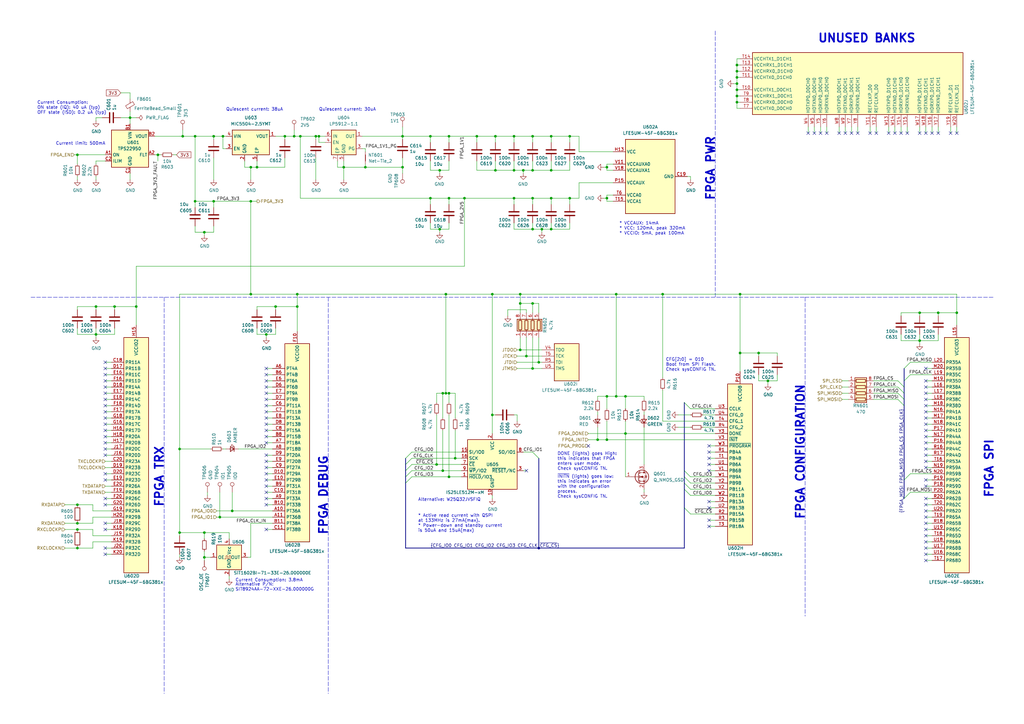
<source format=kicad_sch>
(kicad_sch (version 20211123) (generator eeschema)

  (uuid e6861313-0042-44a8-a0bd-deae1d0fda2f)

  (paper "A3")

  

  (junction (at 302.26 29.21) (diameter 0) (color 0 0 0 0)
    (uuid 015d8a49-10ae-4e19-9e70-b72c1af03708)
  )
  (junction (at 377.19 139.7) (diameter 0) (color 0 0 0 0)
    (uuid 035ad69b-101d-4a07-9109-768fd21ef62f)
  )
  (junction (at 73.66 184.15) (diameter 0) (color 0 0 0 0)
    (uuid 0586f657-4055-4eb1-a529-2c4ab9039d8f)
  )
  (junction (at 210.82 81.28) (diameter 0) (color 0 0 0 0)
    (uuid 082728c1-1596-4b3b-921d-365462ccd9eb)
  )
  (junction (at 39.37 137.16) (diameter 0) (color 0 0 0 0)
    (uuid 09ff8530-714c-45c9-8c7a-26c93d48c5d9)
  )
  (junction (at 181.61 193.04) (diameter 0) (color 0 0 0 0)
    (uuid 0a97c494-9fa6-4758-b55d-ab0c1c9ae24c)
  )
  (junction (at 121.92 125.73) (diameter 0) (color 0 0 0 0)
    (uuid 0b0331f0-ad6e-45d6-b767-0f62f575797e)
  )
  (junction (at 226.06 81.28) (diameter 0) (color 0 0 0 0)
    (uuid 0d2491a5-6181-48a7-add2-ce28cae84fdd)
  )
  (junction (at 80.01 82.55) (diameter 0) (color 0 0 0 0)
    (uuid 0d3955d2-ec45-42f2-ad29-f7661bc81e71)
  )
  (junction (at 31.75 207.01) (diameter 0) (color 0 0 0 0)
    (uuid 0d486e1b-ec2a-4c13-b68c-5a8bc7fbed29)
  )
  (junction (at 248.92 68.58) (diameter 0) (color 0 0 0 0)
    (uuid 0fb1f718-13ff-4f2b-a411-e6e1551bb245)
  )
  (junction (at 195.58 55.88) (diameter 0) (color 0 0 0 0)
    (uuid 16d6c404-82f2-4808-841a-452320964eab)
  )
  (junction (at 248.92 162.56) (diameter 0) (color 0 0 0 0)
    (uuid 175a04b6-29eb-4bba-9e0a-ea2dc8a0d5c6)
  )
  (junction (at 73.66 218.44) (diameter 0) (color 0 0 0 0)
    (uuid 1d43f9c0-164a-4178-ae8a-5a62af377c4d)
  )
  (junction (at 130.81 55.88) (diameter 0) (color 0 0 0 0)
    (uuid 23ec8f2d-7860-42de-a0a2-c0a0c96c3dee)
  )
  (junction (at 252.73 162.56) (diameter 0) (color 0 0 0 0)
    (uuid 241141d8-eefb-4ed3-afda-7ac5b7738674)
  )
  (junction (at 184.15 81.28) (diameter 0) (color 0 0 0 0)
    (uuid 263d1178-f828-4149-9c45-f71b03b12e85)
  )
  (junction (at 31.75 217.17) (diameter 0) (color 0 0 0 0)
    (uuid 29c84d61-59a9-4bce-97ae-96a4ad953873)
  )
  (junction (at 176.53 55.88) (diameter 0) (color 0 0 0 0)
    (uuid 2b9c2ab6-f8b7-4ffb-8d71-50b870056aca)
  )
  (junction (at 226.06 93.98) (diameter 0) (color 0 0 0 0)
    (uuid 2f43ebac-3493-4a24-99fd-1f738ecd834b)
  )
  (junction (at 302.26 41.91) (diameter 0) (color 0 0 0 0)
    (uuid 309af090-80d0-471a-a9f8-2699c79d3160)
  )
  (junction (at 201.93 170.18) (diameter 0) (color 0 0 0 0)
    (uuid 32044e18-85d1-4706-8be5-fb03a25cd02b)
  )
  (junction (at 215.9 146.05) (diameter 0) (color 0 0 0 0)
    (uuid 34eb0e40-eaf8-4d53-ba24-748a373328b7)
  )
  (junction (at 392.43 128.27) (diameter 0) (color 0 0 0 0)
    (uuid 350f2937-97c5-4530-9649-824c0ec67b0c)
  )
  (junction (at 165.1 68.58) (diameter 0) (color 0 0 0 0)
    (uuid 3772de85-8e0f-45b1-81ea-2104ddf4cec9)
  )
  (junction (at 83.82 218.44) (diameter 0) (color 0 0 0 0)
    (uuid 392d2075-8af3-405f-aa66-719b5a8b3345)
  )
  (junction (at 180.34 93.98) (diameter 0) (color 0 0 0 0)
    (uuid 3fd801ff-d97c-430b-9065-5c17c20e5123)
  )
  (junction (at 213.36 143.51) (diameter 0) (color 0 0 0 0)
    (uuid 4551baa1-1166-478a-8841-9715eaafe504)
  )
  (junction (at 176.53 81.28) (diameter 0) (color 0 0 0 0)
    (uuid 474d91f8-4912-4d08-a30b-bdf6e5840aef)
  )
  (junction (at 220.98 224.79) (diameter 0) (color 0 0 0 0)
    (uuid 4881581d-dd9d-4882-93df-984b5b3f8000)
  )
  (junction (at 218.44 93.98) (diameter 0) (color 0 0 0 0)
    (uuid 48f8fb2b-5c2d-41cb-91e3-34126275c64f)
  )
  (junction (at 83.82 228.6) (diameter 0) (color 0 0 0 0)
    (uuid 4d819a31-f9aa-4662-a958-7d3cc3434aa9)
  )
  (junction (at 64.77 63.5) (diameter 0) (color 0 0 0 0)
    (uuid 4e58b0b2-2fa8-4706-a4dc-33665ff5d822)
  )
  (junction (at 303.53 120.65) (diameter 0) (color 0 0 0 0)
    (uuid 5186aa9c-3f8e-4f4b-95f5-c7da1855902e)
  )
  (junction (at 46.99 125.73) (diameter 0) (color 0 0 0 0)
    (uuid 53809074-8db8-4e18-a150-120940309410)
  )
  (junction (at 102.87 82.55) (diameter 0) (color 0 0 0 0)
    (uuid 538903bc-0e34-43ea-ac93-d986d7208b3d)
  )
  (junction (at 377.19 128.27) (diameter 0) (color 0 0 0 0)
    (uuid 543f7343-5964-4d0e-a5b3-eb451edd1b7a)
  )
  (junction (at 218.44 55.88) (diameter 0) (color 0 0 0 0)
    (uuid 57b99b92-9f82-4581-9106-defea394ccc3)
  )
  (junction (at 302.26 36.83) (diameter 0) (color 0 0 0 0)
    (uuid 589b7dd2-0205-4f2e-a79a-3f0cda7ed6f3)
  )
  (junction (at 184.15 55.88) (diameter 0) (color 0 0 0 0)
    (uuid 58a24151-b93e-418c-aec8-57b59c26a930)
  )
  (junction (at 140.97 68.58) (diameter 0) (color 0 0 0 0)
    (uuid 5e8e6715-3faa-41f3-a217-5270d010e5cd)
  )
  (junction (at 303.53 144.78) (diameter 0) (color 0 0 0 0)
    (uuid 667c348a-d139-4b04-acb5-5645964ed3b9)
  )
  (junction (at 123.19 55.88) (diameter 0) (color 0 0 0 0)
    (uuid 6b822e02-508e-48fc-ae6a-5b8535c98b54)
  )
  (junction (at 80.01 55.88) (diameter 0) (color 0 0 0 0)
    (uuid 6c6d74f2-c611-4ff8-ab33-056c67ccae2f)
  )
  (junction (at 226.06 69.85) (diameter 0) (color 0 0 0 0)
    (uuid 7208c6bc-a988-44d4-9c9a-e3ab5fa80c38)
  )
  (junction (at 87.63 55.88) (diameter 0) (color 0 0 0 0)
    (uuid 77dd8ad7-adcb-4643-b9df-382975cd5213)
  )
  (junction (at 31.75 214.63) (diameter 0) (color 0 0 0 0)
    (uuid 7d551cc8-80c5-40d0-a988-3a7d0922c903)
  )
  (junction (at 233.68 55.88) (diameter 0) (color 0 0 0 0)
    (uuid 7e47ee72-eea1-4946-878a-45c4ab4f3e3c)
  )
  (junction (at 105.41 68.58) (diameter 0) (color 0 0 0 0)
    (uuid 7f219e85-8bbc-4683-9db4-ae3e439b4b5b)
  )
  (junction (at 55.88 125.73) (diameter 0) (color 0 0 0 0)
    (uuid 7f753df1-6b84-4154-a786-49888fedb803)
  )
  (junction (at 248.92 180.34) (diameter 0) (color 0 0 0 0)
    (uuid 811cd69f-4dd8-47a7-a303-0ca36cee248f)
  )
  (junction (at 384.81 128.27) (diameter 0) (color 0 0 0 0)
    (uuid 81eda675-3429-4f2a-91bf-06dac2ffb0f0)
  )
  (junction (at 109.22 137.16) (diameter 0) (color 0 0 0 0)
    (uuid 82494344-2f2c-4de0-a7fd-72a6a0647225)
  )
  (junction (at 102.87 68.58) (diameter 0) (color 0 0 0 0)
    (uuid 82c61167-643f-4fa4-9de3-f6f706bb8ba4)
  )
  (junction (at 213.36 120.65) (diameter 0) (color 0 0 0 0)
    (uuid 8629f088-ad32-41b1-b2c0-e166d87217e4)
  )
  (junction (at 218.44 69.85) (diameter 0) (color 0 0 0 0)
    (uuid 87626367-2304-4ed0-b451-61be4738fb77)
  )
  (junction (at 149.86 68.58) (diameter 0) (color 0 0 0 0)
    (uuid 89216b3d-8741-4e99-8d95-8cd4e06825c1)
  )
  (junction (at 271.78 120.65) (diameter 0) (color 0 0 0 0)
    (uuid 8ab6a98d-3da8-4eae-b246-010cfaacbb09)
  )
  (junction (at 218.44 151.13) (diameter 0) (color 0 0 0 0)
    (uuid 8b1d625a-6335-4175-92b9-ed53b403b6d8)
  )
  (junction (at 314.96 156.21) (diameter 0) (color 0 0 0 0)
    (uuid 8c315a62-8d5b-41dc-9589-396ebc61c194)
  )
  (junction (at 203.2 69.85) (diameter 0) (color 0 0 0 0)
    (uuid 8ef5e007-66b6-4278-ac01-83339d8e5995)
  )
  (junction (at 39.37 125.73) (diameter 0) (color 0 0 0 0)
    (uuid 900f2a37-e72f-479b-816d-6716ba4b9f27)
  )
  (junction (at 203.2 55.88) (diameter 0) (color 0 0 0 0)
    (uuid 9c594d4c-0b81-492b-ad28-bc108def6dfa)
  )
  (junction (at 31.75 224.79) (diameter 0) (color 0 0 0 0)
    (uuid 9d835ca6-eab2-430e-8507-201b163d4a71)
  )
  (junction (at 120.65 55.88) (diameter 0) (color 0 0 0 0)
    (uuid 9d88d158-53ba-46e7-84f9-976c973aa56e)
  )
  (junction (at 311.15 144.78) (diameter 0) (color 0 0 0 0)
    (uuid 9e618698-f1bc-4f78-9b97-92aace28e15f)
  )
  (junction (at 181.61 161.29) (diameter 0) (color 0 0 0 0)
    (uuid a29e6dc1-ebbf-4ba0-bfe5-fd511b5382dd)
  )
  (junction (at 90.17 212.09) (diameter 0) (color 0 0 0 0)
    (uuid a844a060-e560-4c5a-af7b-0b1046e597fb)
  )
  (junction (at 179.07 190.5) (diameter 0) (color 0 0 0 0)
    (uuid a8a40f41-66c9-46f2-8cd4-d1c19a83ed77)
  )
  (junction (at 74.93 55.88) (diameter 0) (color 0 0 0 0)
    (uuid a91fa13e-bea9-4e69-9a5f-f6d4aa719767)
  )
  (junction (at 256.54 177.8) (diameter 0) (color 0 0 0 0)
    (uuid aa77a0ad-aac3-4734-9015-ed94cd1af9fe)
  )
  (junction (at 83.82 95.25) (diameter 0) (color 0 0 0 0)
    (uuid abc16d80-4a9d-483f-bc3e-0b9dca49f826)
  )
  (junction (at 248.92 81.28) (diameter 0) (color 0 0 0 0)
    (uuid ae3fa487-99c2-406a-893b-2345b2079711)
  )
  (junction (at 184.15 161.29) (diameter 0) (color 0 0 0 0)
    (uuid b170a524-bd9f-45a8-a425-96546dbcb34a)
  )
  (junction (at 184.15 195.58) (diameter 0) (color 0 0 0 0)
    (uuid ba0946b6-4288-4422-b81a-9ca506e3a96e)
  )
  (junction (at 182.88 161.29) (diameter 0) (color 0 0 0 0)
    (uuid bd0e2d50-448a-445a-8b24-a9e7fe81d74e)
  )
  (junction (at 218.44 124.46) (diameter 0) (color 0 0 0 0)
    (uuid be120f8e-c627-43c0-95ac-698b044bf654)
  )
  (junction (at 252.73 120.65) (diameter 0) (color 0 0 0 0)
    (uuid bed2f8e2-b64f-4424-97ef-13e997f59ce2)
  )
  (junction (at 233.68 81.28) (diameter 0) (color 0 0 0 0)
    (uuid c19e6f1b-73ce-443b-81a6-0b8fb8bce685)
  )
  (junction (at 302.26 31.75) (diameter 0) (color 0 0 0 0)
    (uuid c2f168e7-1d61-4706-946e-287606204505)
  )
  (junction (at 186.69 187.96) (diameter 0) (color 0 0 0 0)
    (uuid c3e0acc9-548b-46f7-aa45-012024456523)
  )
  (junction (at 210.82 55.88) (diameter 0) (color 0 0 0 0)
    (uuid c4a5d0cb-a843-4b71-a857-3ce5db99dcc7)
  )
  (junction (at 222.25 93.98) (diameter 0) (color 0 0 0 0)
    (uuid c9f6c641-2ff3-4d75-a806-2f5278082e8f)
  )
  (junction (at 256.54 162.56) (diameter 0) (color 0 0 0 0)
    (uuid caf935bd-1e71-41ca-84e2-5c51f56be8a2)
  )
  (junction (at 53.34 48.26) (diameter 0) (color 0 0 0 0)
    (uuid cb365aa4-48fc-4ba2-bfcf-9c6f87c95039)
  )
  (junction (at 165.1 55.88) (diameter 0) (color 0 0 0 0)
    (uuid cc0d15d6-5505-4639-8721-76167e8ddc8d)
  )
  (junction (at 245.11 180.34) (diameter 0) (color 0 0 0 0)
    (uuid cd7a2132-bd59-4811-9e89-d10c1bfed2df)
  )
  (junction (at 116.84 55.88) (diameter 0) (color 0 0 0 0)
    (uuid d0134b57-dfae-49d9-a32f-12a6e3a6bbba)
  )
  (junction (at 180.34 69.85) (diameter 0) (color 0 0 0 0)
    (uuid d085d73e-e22b-424b-930b-d712f9d45991)
  )
  (junction (at 87.63 82.55) (diameter 0) (color 0 0 0 0)
    (uuid d122dbff-d219-4548-af83-e3842a6745fa)
  )
  (junction (at 182.88 120.65) (diameter 0) (color 0 0 0 0)
    (uuid d493caec-b057-4cb1-8918-737ea5e1b51e)
  )
  (junction (at 210.82 69.85) (diameter 0) (color 0 0 0 0)
    (uuid d545967e-8eb9-42d3-8c93-4f8e99d2b86c)
  )
  (junction (at 129.54 55.88) (diameter 0) (color 0 0 0 0)
    (uuid d8289ceb-0cbc-4407-b6da-63c6ce14a596)
  )
  (junction (at 226.06 55.88) (diameter 0) (color 0 0 0 0)
    (uuid e143187b-4489-4598-8974-9bf7c3b9056f)
  )
  (junction (at 31.75 63.5) (diameter 0) (color 0 0 0 0)
    (uuid ec45c837-529c-45d3-94cb-18f8f6c213b7)
  )
  (junction (at 213.36 124.46) (diameter 0) (color 0 0 0 0)
    (uuid ee207984-aadd-4421-90ce-61c0016efa78)
  )
  (junction (at 214.63 69.85) (diameter 0) (color 0 0 0 0)
    (uuid f3f00ca7-0980-4aad-88ea-ad6a37d99bd5)
  )
  (junction (at 95.25 209.55) (diameter 0) (color 0 0 0 0)
    (uuid f5d947e0-1a40-4be1-b537-55484539f42b)
  )
  (junction (at 201.93 120.65) (diameter 0) (color 0 0 0 0)
    (uuid f6140a48-676c-466c-892d-90e0c1252456)
  )
  (junction (at 113.03 125.73) (diameter 0) (color 0 0 0 0)
    (uuid f6e24a42-e21b-4472-a53f-0c68bf5b725c)
  )
  (junction (at 302.26 26.67) (diameter 0) (color 0 0 0 0)
    (uuid f7ca5290-a5d5-484d-9c2f-2d74b074fc9d)
  )
  (junction (at 190.5 81.28) (diameter 0) (color 0 0 0 0)
    (uuid f8e9b383-da90-47b7-8581-25ba2f8cb27e)
  )
  (junction (at 302.26 34.29) (diameter 0) (color 0 0 0 0)
    (uuid f9cebe2c-53f4-44bc-9972-631a005389db)
  )
  (junction (at 102.87 120.65) (diameter 0) (color 0 0 0 0)
    (uuid fb0e24bd-ac78-44cb-8b32-8ae8bfe081cb)
  )
  (junction (at 220.98 148.59) (diameter 0) (color 0 0 0 0)
    (uuid fb6e9559-b228-4825-8017-15ffa01195bc)
  )
  (junction (at 302.26 39.37) (diameter 0) (color 0 0 0 0)
    (uuid fc183d27-6103-4185-b267-2883ea678f58)
  )
  (junction (at 121.92 120.65) (diameter 0) (color 0 0 0 0)
    (uuid fcce69bc-33c3-4996-ba5b-c1eda94e7634)
  )
  (junction (at 91.44 55.88) (diameter 0) (color 0 0 0 0)
    (uuid fd80188d-0086-479b-a640-c7643d11364b)
  )
  (junction (at 218.44 81.28) (diameter 0) (color 0 0 0 0)
    (uuid fdf9f1e0-ce8a-4ecb-9472-5adf8bfe8e67)
  )

  (no_connect (at 43.18 151.13) (uuid 0087fb22-ba0c-4acc-b8bc-9fdd9623d4bf))
  (no_connect (at 43.18 204.47) (uuid 092bc9ec-e3c7-4eae-b7f7-77b94e386478))
  (no_connect (at 356.87 54.61) (uuid 0c98e987-c025-4634-a5df-d3d1ab517326))
  (no_connect (at 43.18 184.15) (uuid 0d616157-6bdf-45aa-bced-1021f97957e2))
  (no_connect (at 43.18 176.53) (uuid 0d616157-6bdf-45aa-bced-1021f97957e3))
  (no_connect (at 43.18 179.07) (uuid 0d616157-6bdf-45aa-bced-1021f97957e4))
  (no_connect (at 43.18 181.61) (uuid 0d616157-6bdf-45aa-bced-1021f97957e5))
  (no_connect (at 215.9 193.04) (uuid 0d97e9cd-c31a-4ad5-a968-c012e35fc182))
  (no_connect (at 109.22 156.21) (uuid 12bb232f-8d44-416d-9f9a-c3817e1f9a82))
  (no_connect (at 339.09 54.61) (uuid 16858b84-962e-4c0c-9029-c64eef86a02c))
  (no_connect (at 109.22 207.01) (uuid 17062b70-c549-4bcd-b5f3-6b5f30bea7aa))
  (no_connect (at 109.22 166.37) (uuid 1856bedc-4340-4752-b096-e6d8f5bcf31b))
  (no_connect (at 109.22 153.67) (uuid 1b346ad8-49c1-4d9a-9e92-c03d189ee1dd))
  (no_connect (at 43.18 214.63) (uuid 20d1812c-cd35-4c64-908b-bbd37c456360))
  (no_connect (at 109.22 161.29) (uuid 20d359e1-1836-4cbc-af2f-3630566df0d0))
  (no_connect (at 372.11 54.61) (uuid 25814e56-9bc7-4124-9394-9ee29271646d))
  (no_connect (at 43.18 217.17) (uuid 27d1c3c8-1813-43b9-877b-d67d9b61a694))
  (no_connect (at 359.41 54.61) (uuid 28f20c3f-016b-4f4b-88bc-c446babd0389))
  (no_connect (at 349.25 54.61) (uuid 2e5814b0-7418-4d8b-9225-5761e57effce))
  (no_connect (at 109.22 179.07) (uuid 2f4cdc79-030c-4165-a024-a7947d41e2fa))
  (no_connect (at 109.22 186.69) (uuid 39110e7c-525d-47be-9ab5-6a9c05261880))
  (no_connect (at 43.18 224.79) (uuid 39507dbc-d91c-4e92-a89e-2259b7223eca))
  (no_connect (at 379.73 151.13) (uuid 3d444eaa-2910-41fd-82a5-3c7378a235eb))
  (no_connect (at 43.18 158.75) (uuid 3edb3167-e45b-49a4-a46e-0c3b66c8794c))
  (no_connect (at 290.83 208.28) (uuid 44d1208f-3dab-4b1f-a881-04d6516bd03a))
  (no_connect (at 109.22 204.47) (uuid 455a9825-82bc-46b0-baf3-83bd68bc3f1a))
  (no_connect (at 43.18 168.91) (uuid 469a0a3e-9e33-4569-a802-6a64c4500215))
  (no_connect (at 379.73 196.85) (uuid 46a55358-869e-448a-9422-f86b68b54aab))
  (no_connect (at 379.73 212.09) (uuid 4a62429e-02c3-4ecf-bc90-f1d28c069c07))
  (no_connect (at 379.73 229.87) (uuid 4f494835-fc7e-4e89-a5b4-d48a8e11a5fd))
  (no_connect (at 109.22 191.77) (uuid 532043c0-7b92-4671-9c04-5a267bef43fd))
  (no_connect (at 379.73 54.61) (uuid 56fc22f7-a334-4b7b-b893-802d803a388f))
  (no_connect (at 379.73 176.53) (uuid 5b2c0840-bba1-4448-9d77-41960066645a))
  (no_connect (at 346.71 54.61) (uuid 5bd02ad9-616e-438d-8947-657b03c8fdf8))
  (no_connect (at 241.3 182.88) (uuid 5cef7952-c5d9-4b64-8654-67db4abb18c3))
  (no_connect (at 109.22 199.39) (uuid 5d18cfa1-cd09-446a-be68-ac5734008cfe))
  (no_connect (at 290.83 185.42) (uuid 5f980097-c3af-4712-b759-d76150575b23))
  (no_connect (at 109.22 189.23) (uuid 61a081bd-8501-47d3-bd39-7d1a0c21cff0))
  (no_connect (at 379.73 171.45) (uuid 65074c18-deab-4aca-88a4-72ce1634165f))
  (no_connect (at 364.49 54.61) (uuid 650df6eb-3cb5-452a-8dff-7e9860a6c5b1))
  (no_connect (at 43.18 156.21) (uuid 65ec770c-f207-4c98-84df-4fface0e5735))
  (no_connect (at 334.01 54.61) (uuid 660f8cb0-4756-4d03-a17a-91deb7529503))
  (no_connect (at 379.73 217.17) (uuid 663bbef1-fd08-4c8a-a945-7054cdc2f2c9))
  (no_connect (at 379.73 184.15) (uuid 66ede1ef-7c1c-4ff2-82ca-7cf73655f228))
  (no_connect (at 379.73 158.75) (uuid 74a55201-e234-43d3-8a5a-339255480e2f))
  (no_connect (at 290.83 182.88) (uuid 74de4f60-8e78-40c1-a3fb-3b6879fff038))
  (no_connect (at 43.18 227.33) (uuid 7a9ccfdf-f203-42e3-a246-c7952ed42301))
  (no_connect (at 109.22 194.31) (uuid 7c2c06b3-79e4-4293-931d-2fa96c3a5eb8))
  (no_connect (at 392.43 54.61) (uuid 7e4f8b88-6c4b-4ba5-bc05-ae0251584d83))
  (no_connect (at 379.73 168.91) (uuid 8094617f-b5b0-409e-aa0c-941eeca59e40))
  (no_connect (at 43.18 163.83) (uuid 8511434d-1111-416b-b59e-7f7fab3537d6))
  (no_connect (at 43.18 161.29) (uuid 878ae374-4f73-4474-bde8-ea148af29188))
  (no_connect (at 384.81 54.61) (uuid 879cafa2-6b51-4ef1-aceb-a656f504a7db))
  (no_connect (at 379.73 186.69) (uuid 8a7d86a7-dba0-4a8f-96f6-d016c3c4232e))
  (no_connect (at 290.83 205.74) (uuid 8fd6b421-fd42-4b9c-9ec5-7fe6ad287c38))
  (no_connect (at 382.27 54.61) (uuid 935be522-7bfc-4865-ac3c-5ec78d38615f))
  (no_connect (at 43.18 171.45) (uuid 952ad99e-d3ed-4ada-99ce-e2c704402aab))
  (no_connect (at 367.03 54.61) (uuid 9675bcba-4001-4c4f-af07-32a85229f5c2))
  (no_connect (at 379.73 214.63) (uuid 98cf457e-3f0c-4c64-8586-1a923812d044))
  (no_connect (at 379.73 207.01) (uuid 9ad7ef5f-b3cc-4cac-a233-227d5724471d))
  (no_connect (at 109.22 173.99) (uuid 9eb7170b-3da1-457a-910a-997869bded1a))
  (no_connect (at 43.18 148.59) (uuid 9ec70d98-75ce-4ab7-9e1f-60ef736cb193))
  (no_connect (at 379.73 156.21) (uuid 9fcde7a3-81fe-42a1-8d2d-31bba7370bf3))
  (no_connect (at 109.22 171.45) (uuid a00238f5-72d6-40e7-b73e-3ffd08ceee7e))
  (no_connect (at 109.22 196.85) (uuid a0a81c39-62ab-483b-92e8-438842cf19fc))
  (no_connect (at 336.55 54.61) (uuid a1ea9e06-ed8a-4942-82a7-221567c6c412))
  (no_connect (at 377.19 54.61) (uuid a4413f7c-ef15-4c3e-8922-4bd0bfe13b42))
  (no_connect (at 109.22 181.61) (uuid a4c425eb-bed1-45ee-b82e-843c4bdddef4))
  (no_connect (at 109.22 151.13) (uuid a4c425eb-bed1-45ee-b82e-843c4bdddef5))
  (no_connect (at 379.73 163.83) (uuid a59a5b67-5d6d-445f-b030-665df087f717))
  (no_connect (at 43.18 166.37) (uuid a5f92b36-b8f4-4a10-90da-5695567ef3ec))
  (no_connect (at 379.73 219.71) (uuid a8d64fcc-84cb-4645-a06d-f5d6c0614188))
  (no_connect (at 379.73 224.79) (uuid ac2f3eb5-9193-4a6c-bab6-d1de91fe5122))
  (no_connect (at 109.22 158.75) (uuid b1011abf-258e-4cab-a44d-332b4651c3f5))
  (no_connect (at 379.73 191.77) (uuid b386f7b1-7713-411b-947f-189405a3093e))
  (no_connect (at 389.89 54.61) (uuid bd77d4da-2421-46eb-9c83-3023827bf9fd))
  (no_connect (at 290.83 190.5) (uuid be7de968-33ef-4f91-8b12-f0d3a2050b4c))
  (no_connect (at 379.73 166.37) (uuid c09de27f-2e2f-46f1-8191-7276776e19c7))
  (no_connect (at 379.73 199.39) (uuid c15b4b76-532a-4591-a2d0-e41ee73af402))
  (no_connect (at 379.73 161.29) (uuid c2995412-0125-46b5-84e5-f87417db8fb5))
  (no_connect (at 109.22 168.91) (uuid c5674969-13d8-40d2-99ca-df9adcd5445d))
  (no_connect (at 109.22 201.93) (uuid c6c4013d-3700-4ed7-9261-acfb9c8eeaa7))
  (no_connect (at 379.73 204.47) (uuid ca537b4c-1b97-49ee-ac71-ec3ea5a88d0c))
  (no_connect (at 351.79 54.61) (uuid cc3d9289-a007-4614-9162-46212988df32))
  (no_connect (at 109.22 163.83) (uuid cdd6a1ea-c980-432f-ae87-d2e371cec527))
  (no_connect (at 344.17 54.61) (uuid cf536c01-1fe3-48e2-9066-91e69081eba0))
  (no_connect (at 43.18 196.85) (uuid d2a1dfde-6514-44a0-868d-aeae5393d2b9))
  (no_connect (at 290.83 213.36) (uuid d5984c9f-d7d6-4880-9ccf-8cd0f0739db2))
  (no_connect (at 43.18 173.99) (uuid d6e25b57-4f73-4a9e-96e1-2afe3109a444))
  (no_connect (at 379.73 173.99) (uuid db7f66fa-4eeb-4477-9368-10ee1e745e49))
  (no_connect (at 290.83 187.96) (uuid dc7a756e-09f4-4e54-84a6-91b102dbd2de))
  (no_connect (at 290.83 193.04) (uuid e08881a7-ea9c-46a7-bd76-7c0809750c00))
  (no_connect (at 369.57 54.61) (uuid e10e3766-2759-42b0-b3de-138cc1d6adc1))
  (no_connect (at 43.18 153.67) (uuid e3394ed9-1c21-4e5c-bcea-5e971d8a7cf7))
  (no_connect (at 331.47 54.61) (uuid e450052a-bfe2-4805-9f49-d5cbba0a81b5))
  (no_connect (at 379.73 179.07) (uuid ebce05d2-d89b-420c-b351-2bdc186b5cc8))
  (no_connect (at 290.83 215.9) (uuid ede8c8b8-df9b-4773-bea5-99eda1e39312))
  (no_connect (at 109.22 217.17) (uuid f3e9a2b1-bb51-4ad1-8079-e7d788831e63))
  (no_connect (at 43.18 194.31) (uuid f5ab30bd-8933-4d63-90be-5a945f7dcc81))
  (no_connect (at 43.18 207.01) (uuid f62364e9-06e8-4878-a9f6-c9fb562d98a1))
  (no_connect (at 379.73 222.25) (uuid f6abe4b5-a725-425c-bde0-f172f1b01087))
  (no_connect (at 43.18 186.69) (uuid f76de2de-56c9-4236-84f0-f5b7fc28e87a))
  (no_connect (at 379.73 189.23) (uuid f7b46ddd-60e6-4ceb-b8cd-b319edc41f8b))
  (no_connect (at 379.73 181.61) (uuid f863b979-0ed1-4bed-b8dc-87f193e58019))
  (no_connect (at 379.73 227.33) (uuid fc6d13b8-4885-45b8-9095-429151115516))
  (no_connect (at 109.22 176.53) (uuid fdcc1581-186c-4c19-b4e5-135f15587d55))
  (no_connect (at 379.73 209.55) (uuid fed14461-b754-4d56-b372-78112a52b7d2))

  (bus_entry (at 280.67 198.12) (size 2.54 2.54)
    (stroke (width 0) (type default) (color 0 0 0 0))
    (uuid 1298f126-2352-48f2-825f-de17742fc4db)
  )
  (bus_entry (at 166.37 198.12) (size 2.54 -2.54)
    (stroke (width 0) (type default) (color 0 0 0 0))
    (uuid 23b51995-fe23-4d97-a066-5f4147818f87)
  )
  (bus_entry (at 368.3 161.29) (size 2.54 2.54)
    (stroke (width 0) (type default) (color 0 0 0 0))
    (uuid 23d29486-fd80-4571-af10-ad6f9266d827)
  )
  (bus_entry (at 373.38 201.93) (size -2.54 2.54)
    (stroke (width 0) (type default) (color 0 0 0 0))
    (uuid 2f931a28-e0b2-4a89-85b0-3d360525bf32)
  )
  (bus_entry (at 218.44 185.42) (size 2.54 2.54)
    (stroke (width 0) (type default) (color 0 0 0 0))
    (uuid 665861bb-3c85-43bc-9dc7-9c72219f317e)
  )
  (bus_entry (at 280.67 200.66) (size 2.54 2.54)
    (stroke (width 0) (type default) (color 0 0 0 0))
    (uuid 75a9480d-8ac3-41df-9f4f-5d9ed7a1782e)
  )
  (bus_entry (at 166.37 195.58) (size 2.54 -2.54)
    (stroke (width 0) (type default) (color 0 0 0 0))
    (uuid 785dddf9-3cf0-4e85-8632-1a314bbc34b2)
  )
  (bus_entry (at 373.38 194.31) (size -2.54 2.54)
    (stroke (width 0) (type default) (color 0 0 0 0))
    (uuid 7bcf5f23-8816-4e86-a543-bdcbf1309591)
  )
  (bus_entry (at 368.3 156.21) (size 2.54 2.54)
    (stroke (width 0) (type default) (color 0 0 0 0))
    (uuid 84614438-927c-41d5-954b-3899dc3d12a3)
  )
  (bus_entry (at 280.67 193.04) (size 2.54 2.54)
    (stroke (width 0) (type default) (color 0 0 0 0))
    (uuid 8ce16e23-12f4-46be-951f-c046f1bd3479)
  )
  (bus_entry (at 373.38 153.67) (size -2.54 2.54)
    (stroke (width 0) (type default) (color 0 0 0 0))
    (uuid a6a4ab88-9453-4ebb-8420-d9e16061878f)
  )
  (bus_entry (at 280.67 195.58) (size 2.54 2.54)
    (stroke (width 0) (type default) (color 0 0 0 0))
    (uuid ae509cef-b2d4-4701-bd39-f4d022ead86d)
  )
  (bus_entry (at 368.3 158.75) (size 2.54 2.54)
    (stroke (width 0) (type default) (color 0 0 0 0))
    (uuid c89e46f3-05f3-468c-ae89-cb705f2b3d05)
  )
  (bus_entry (at 166.37 190.5) (size 2.54 -2.54)
    (stroke (width 0) (type default) (color 0 0 0 0))
    (uuid cc888799-c0b4-4c79-87f8-a4a62f5d81d0)
  )
  (bus_entry (at 166.37 193.04) (size 2.54 -2.54)
    (stroke (width 0) (type default) (color 0 0 0 0))
    (uuid cc888799-c0b4-4c79-87f8-a4a62f5d81d1)
  )
  (bus_entry (at 168.91 185.42) (size -2.54 2.54)
    (stroke (width 0) (type default) (color 0 0 0 0))
    (uuid cc888799-c0b4-4c79-87f8-a4a62f5d81d2)
  )
  (bus_entry (at 280.67 208.28) (size 2.54 2.54)
    (stroke (width 0) (type default) (color 0 0 0 0))
    (uuid dbd2f208-6165-4a10-afab-a9eb941486a4)
  )
  (bus_entry (at 373.38 148.59) (size -2.54 2.54)
    (stroke (width 0) (type default) (color 0 0 0 0))
    (uuid e1533dd6-e3a9-4ad6-81a1-514609157553)
  )
  (bus_entry (at 368.3 163.83) (size 2.54 2.54)
    (stroke (width 0) (type default) (color 0 0 0 0))
    (uuid f49ea77d-fd20-4b50-b316-135c41acdc2d)
  )
  (bus_entry (at 280.67 165.1) (size 2.54 2.54)
    (stroke (width 0) (type default) (color 0 0 0 0))
    (uuid fe7571cb-0e18-4010-9006-7209546aee72)
  )

  (wire (pts (xy 100.33 68.58) (xy 102.87 68.58))
    (stroke (width 0) (type default) (color 0 0 0 0))
    (uuid 000a7a28-d287-471c-aa9b-2f3ff3fe4f62)
  )
  (wire (pts (xy 201.93 170.18) (xy 203.2 170.18))
    (stroke (width 0) (type default) (color 0 0 0 0))
    (uuid 007a2dd6-2206-470e-8f15-efafeccccf3a)
  )
  (wire (pts (xy 303.53 44.45) (xy 302.26 44.45))
    (stroke (width 0) (type default) (color 0 0 0 0))
    (uuid 011126bb-ae88-4d25-a1da-ede22aa5529c)
  )
  (wire (pts (xy 91.44 184.15) (xy 92.71 184.15))
    (stroke (width 0) (type default) (color 0 0 0 0))
    (uuid 011e887c-a2ab-4719-8a24-67515a6f5db9)
  )
  (wire (pts (xy 203.2 69.85) (xy 210.82 69.85))
    (stroke (width 0) (type default) (color 0 0 0 0))
    (uuid 027be7fd-b456-4bdc-8405-7bd7824b9d3c)
  )
  (wire (pts (xy 26.67 217.17) (xy 31.75 217.17))
    (stroke (width 0) (type default) (color 0 0 0 0))
    (uuid 03637e18-e11c-4b9f-90f4-25e02d3e8f6b)
  )
  (wire (pts (xy 271.78 120.65) (xy 303.53 120.65))
    (stroke (width 0) (type default) (color 0 0 0 0))
    (uuid 04033699-6db0-441b-8bf7-eec0c4b3b674)
  )
  (wire (pts (xy 233.68 93.98) (xy 233.68 91.44))
    (stroke (width 0) (type default) (color 0 0 0 0))
    (uuid 0408e91b-4ff1-40da-a555-48aeb55678a3)
  )
  (wire (pts (xy 379.73 214.63) (xy 382.27 214.63))
    (stroke (width 0) (type default) (color 0 0 0 0))
    (uuid 0422b8be-b7e9-4092-bbe7-f2c8abaef015)
  )
  (wire (pts (xy 247.65 81.28) (xy 248.92 81.28))
    (stroke (width 0) (type default) (color 0 0 0 0))
    (uuid 04819c47-78fd-4566-9d0c-a7917acb0fc6)
  )
  (wire (pts (xy 379.73 199.39) (xy 382.27 199.39))
    (stroke (width 0) (type default) (color 0 0 0 0))
    (uuid 04b9a540-7d4d-4ad2-863b-3a5d6df98179)
  )
  (wire (pts (xy 74.93 55.88) (xy 80.01 55.88))
    (stroke (width 0) (type default) (color 0 0 0 0))
    (uuid 04c4fb41-70df-48bb-b70e-ec602eaa908c)
  )
  (wire (pts (xy 283.21 195.58) (xy 293.37 195.58))
    (stroke (width 0) (type default) (color 0 0 0 0))
    (uuid 04e1fb0d-fb90-4b59-8c10-a2e6b65a5e0f)
  )
  (wire (pts (xy 91.44 60.96) (xy 92.71 60.96))
    (stroke (width 0) (type default) (color 0 0 0 0))
    (uuid 0527e7fb-d830-428e-8edd-12be002c6816)
  )
  (wire (pts (xy 379.73 151.13) (xy 382.27 151.13))
    (stroke (width 0) (type default) (color 0 0 0 0))
    (uuid 05776c4a-5b31-4c40-afad-88d6cb5cde6d)
  )
  (wire (pts (xy 302.26 39.37) (xy 303.53 39.37))
    (stroke (width 0) (type default) (color 0 0 0 0))
    (uuid 067735cf-7010-4a70-b732-351b164a2169)
  )
  (wire (pts (xy 195.58 55.88) (xy 203.2 55.88))
    (stroke (width 0) (type default) (color 0 0 0 0))
    (uuid 070218f1-c0b9-47d3-8494-9f5ba601f8f1)
  )
  (wire (pts (xy 248.92 80.01) (xy 251.46 80.01))
    (stroke (width 0) (type default) (color 0 0 0 0))
    (uuid 076e2297-1cf9-4d98-99e1-3678c817b474)
  )
  (wire (pts (xy 102.87 214.63) (xy 102.87 228.6))
    (stroke (width 0) (type default) (color 0 0 0 0))
    (uuid 076e4957-2495-4b08-898d-97eae3bf3822)
  )
  (wire (pts (xy 73.66 120.65) (xy 73.66 184.15))
    (stroke (width 0) (type default) (color 0 0 0 0))
    (uuid 08a4df9e-21eb-4281-8712-e128e191f2dc)
  )
  (wire (pts (xy 210.82 91.44) (xy 210.82 93.98))
    (stroke (width 0) (type default) (color 0 0 0 0))
    (uuid 08e3b1d0-8d2b-47e7-8df6-32d62de82992)
  )
  (wire (pts (xy 109.22 181.61) (xy 111.76 181.61))
    (stroke (width 0) (type default) (color 0 0 0 0))
    (uuid 09033c23-8490-4e5c-b958-1ecb82045303)
  )
  (wire (pts (xy 303.53 120.65) (xy 392.43 120.65))
    (stroke (width 0) (type default) (color 0 0 0 0))
    (uuid 0914d190-1573-471d-ab25-0ea5e2a38869)
  )
  (wire (pts (xy 26.67 207.01) (xy 31.75 207.01))
    (stroke (width 0) (type default) (color 0 0 0 0))
    (uuid 0923fc8c-f40c-4491-87fe-a32c6de91bcd)
  )
  (wire (pts (xy 102.87 68.58) (xy 102.87 73.66))
    (stroke (width 0) (type default) (color 0 0 0 0))
    (uuid 0964d174-52d1-4fe3-a375-df81f4eecf32)
  )
  (wire (pts (xy 264.16 162.56) (xy 256.54 162.56))
    (stroke (width 0) (type default) (color 0 0 0 0))
    (uuid 098da118-9076-4855-b433-1fb81c3b9831)
  )
  (wire (pts (xy 237.49 74.93) (xy 237.49 81.28))
    (stroke (width 0) (type default) (color 0 0 0 0))
    (uuid 0a090dea-d9bb-4ecb-8369-5450bdeedb0a)
  )
  (wire (pts (xy 288.29 170.18) (xy 293.37 170.18))
    (stroke (width 0) (type default) (color 0 0 0 0))
    (uuid 0a0efa78-3dbd-44e2-9cac-bbbc1514cb4a)
  )
  (wire (pts (xy 212.09 170.18) (xy 212.09 172.72))
    (stroke (width 0) (type default) (color 0 0 0 0))
    (uuid 0a428af4-d960-4f7c-a083-504057c1e819)
  )
  (wire (pts (xy 140.97 68.58) (xy 140.97 73.66))
    (stroke (width 0) (type default) (color 0 0 0 0))
    (uuid 0ab7c964-aa65-4f98-99d4-7065a22564c5)
  )
  (wire (pts (xy 237.49 74.93) (xy 251.46 74.93))
    (stroke (width 0) (type default) (color 0 0 0 0))
    (uuid 0ae36132-572d-4eee-b277-0e8a48bcf201)
  )
  (wire (pts (xy 93.98 236.22) (xy 93.98 237.49))
    (stroke (width 0) (type default) (color 0 0 0 0))
    (uuid 0dfd3030-be04-4d31-ab7a-5e9d80308efc)
  )
  (wire (pts (xy 203.2 69.85) (xy 203.2 66.04))
    (stroke (width 0) (type default) (color 0 0 0 0))
    (uuid 0f7f6628-a60e-41ca-974f-c8f19e1f7cee)
  )
  (wire (pts (xy 290.83 213.36) (xy 293.37 213.36))
    (stroke (width 0) (type default) (color 0 0 0 0))
    (uuid 10b73343-3a3a-4377-b401-04c4334fea4e)
  )
  (wire (pts (xy 105.41 66.04) (xy 105.41 68.58))
    (stroke (width 0) (type default) (color 0 0 0 0))
    (uuid 113bb107-b581-4359-b68c-6e9f399b0c9c)
  )
  (wire (pts (xy 83.82 218.44) (xy 83.82 220.98))
    (stroke (width 0) (type default) (color 0 0 0 0))
    (uuid 116f0b71-d5d7-4690-a677-68fa8ebbc7ce)
  )
  (wire (pts (xy 43.18 224.79) (xy 45.72 224.79))
    (stroke (width 0) (type default) (color 0 0 0 0))
    (uuid 12236ce1-b1d9-4ab2-93b0-cfa25b714ba6)
  )
  (wire (pts (xy 148.59 55.88) (xy 165.1 55.88))
    (stroke (width 0) (type default) (color 0 0 0 0))
    (uuid 12631fd5-c468-49ea-999c-20bf1673d5f7)
  )
  (wire (pts (xy 210.82 58.42) (xy 210.82 55.88))
    (stroke (width 0) (type default) (color 0 0 0 0))
    (uuid 1372a694-f677-44fe-b4dd-0a71f342334f)
  )
  (wire (pts (xy 218.44 58.42) (xy 218.44 55.88))
    (stroke (width 0) (type default) (color 0 0 0 0))
    (uuid 143caf48-02aa-40bb-904f-1fdda2322c30)
  )
  (wire (pts (xy 379.73 156.21) (xy 382.27 156.21))
    (stroke (width 0) (type default) (color 0 0 0 0))
    (uuid 1469b781-0171-4e77-8e40-950a380a0db2)
  )
  (wire (pts (xy 116.84 57.15) (xy 116.84 55.88))
    (stroke (width 0) (type default) (color 0 0 0 0))
    (uuid 147e57f3-09c1-4883-bb5d-2e2d921a0789)
  )
  (wire (pts (xy 245.11 180.34) (xy 248.92 180.34))
    (stroke (width 0) (type default) (color 0 0 0 0))
    (uuid 148914fb-24cd-4620-8dcf-48009551ad5c)
  )
  (wire (pts (xy 264.16 175.26) (xy 264.16 190.5))
    (stroke (width 0) (type default) (color 0 0 0 0))
    (uuid 14e5c329-6fc9-49e6-8c2c-39adc3fa7bae)
  )
  (wire (pts (xy 186.69 187.96) (xy 189.23 187.96))
    (stroke (width 0) (type default) (color 0 0 0 0))
    (uuid 1511e26f-5b40-4858-b87d-9fa6963bb64a)
  )
  (wire (pts (xy 248.92 172.72) (xy 248.92 180.34))
    (stroke (width 0) (type default) (color 0 0 0 0))
    (uuid 1512b437-e608-480d-9216-180d37bc381d)
  )
  (wire (pts (xy 80.01 92.71) (xy 80.01 95.25))
    (stroke (width 0) (type default) (color 0 0 0 0))
    (uuid 153330dc-17c7-489f-8801-3c161687c1de)
  )
  (wire (pts (xy 212.09 146.05) (xy 215.9 146.05))
    (stroke (width 0) (type default) (color 0 0 0 0))
    (uuid 15829e3c-63b9-4093-ae7d-5f8ad9fc183b)
  )
  (wire (pts (xy 43.18 227.33) (xy 45.72 227.33))
    (stroke (width 0) (type default) (color 0 0 0 0))
    (uuid 159cc0ef-92d5-45e7-a973-60f5f57578cc)
  )
  (wire (pts (xy 116.84 55.88) (xy 120.65 55.88))
    (stroke (width 0) (type default) (color 0 0 0 0))
    (uuid 15ad6238-de28-497c-bc2f-9e8d19b1019b)
  )
  (wire (pts (xy 109.22 158.75) (xy 111.76 158.75))
    (stroke (width 0) (type default) (color 0 0 0 0))
    (uuid 15e11933-fc6e-47fb-9c0b-3a3f0e3fabd8)
  )
  (wire (pts (xy 87.63 82.55) (xy 102.87 82.55))
    (stroke (width 0) (type default) (color 0 0 0 0))
    (uuid 169f2fce-06b2-4370-9ee8-71cc966a0ae4)
  )
  (wire (pts (xy 377.19 139.7) (xy 384.81 139.7))
    (stroke (width 0) (type default) (color 0 0 0 0))
    (uuid 16e46076-8f9d-4ebd-bf49-0a9dc8d6dd9d)
  )
  (wire (pts (xy 336.55 54.61) (xy 336.55 52.07))
    (stroke (width 0) (type default) (color 0 0 0 0))
    (uuid 18ab848d-f736-41fd-be47-ccaefa70d346)
  )
  (wire (pts (xy 248.92 162.56) (xy 252.73 162.56))
    (stroke (width 0) (type default) (color 0 0 0 0))
    (uuid 190a3cc4-def8-4206-ab90-d00b9e7eaadf)
  )
  (wire (pts (xy 203.2 55.88) (xy 210.82 55.88))
    (stroke (width 0) (type default) (color 0 0 0 0))
    (uuid 1929225b-07a8-48c5-9b7a-bb2a2894ef20)
  )
  (wire (pts (xy 140.97 66.04) (xy 140.97 68.58))
    (stroke (width 0) (type default) (color 0 0 0 0))
    (uuid 192c3ff8-a4db-4f6d-be75-006aa6e179dc)
  )
  (wire (pts (xy 39.37 125.73) (xy 46.99 125.73))
    (stroke (width 0) (type default) (color 0 0 0 0))
    (uuid 1955165a-75cf-47a6-b491-2fe60f45fd8e)
  )
  (wire (pts (xy 233.68 55.88) (xy 237.49 55.88))
    (stroke (width 0) (type default) (color 0 0 0 0))
    (uuid 1a3b9972-77a9-4c1f-88dc-a0fd8b1a5ccf)
  )
  (wire (pts (xy 45.72 222.25) (xy 38.1 222.25))
    (stroke (width 0) (type default) (color 0 0 0 0))
    (uuid 1a58cf29-d961-4692-a0a1-d632ea4c6ab7)
  )
  (wire (pts (xy 165.1 64.77) (xy 165.1 68.58))
    (stroke (width 0) (type default) (color 0 0 0 0))
    (uuid 1aff05db-ff8b-4d22-92c9-b292a2cd0c0a)
  )
  (wire (pts (xy 73.66 218.44) (xy 83.82 218.44))
    (stroke (width 0) (type default) (color 0 0 0 0))
    (uuid 1b08048a-8695-4a55-aeff-ae75b2db373e)
  )
  (wire (pts (xy 53.34 71.12) (xy 53.34 73.66))
    (stroke (width 0) (type default) (color 0 0 0 0))
    (uuid 1c340051-8d5d-4832-bfff-179f25b7fb14)
  )
  (wire (pts (xy 377.19 137.16) (xy 377.19 139.7))
    (stroke (width 0) (type default) (color 0 0 0 0))
    (uuid 1d86f5af-88dc-408e-80e8-ca48d230d327)
  )
  (wire (pts (xy 43.18 181.61) (xy 45.72 181.61))
    (stroke (width 0) (type default) (color 0 0 0 0))
    (uuid 1e83acf9-f875-442b-9af7-7d56c2f6388b)
  )
  (wire (pts (xy 95.25 209.55) (xy 111.76 209.55))
    (stroke (width 0) (type default) (color 0 0 0 0))
    (uuid 1eff1ed2-3407-4e16-a777-f548c8802211)
  )
  (wire (pts (xy 43.18 184.15) (xy 45.72 184.15))
    (stroke (width 0) (type default) (color 0 0 0 0))
    (uuid 1f5bbee2-ceb8-4588-b96b-14e47354993f)
  )
  (wire (pts (xy 184.15 170.18) (xy 184.15 195.58))
    (stroke (width 0) (type default) (color 0 0 0 0))
    (uuid 1fa15139-55fa-4a4f-88a7-b379acd77ae6)
  )
  (wire (pts (xy 210.82 69.85) (xy 210.82 66.04))
    (stroke (width 0) (type default) (color 0 0 0 0))
    (uuid 1fcb6765-1ea0-43df-98ba-eec560f37e73)
  )
  (wire (pts (xy 113.03 55.88) (xy 116.84 55.88))
    (stroke (width 0) (type default) (color 0 0 0 0))
    (uuid 208d82db-291e-499c-bd66-2810a87fcd0f)
  )
  (wire (pts (xy 201.93 120.65) (xy 213.36 120.65))
    (stroke (width 0) (type default) (color 0 0 0 0))
    (uuid 222c0ba0-0eb0-4273-8439-d44208352ea3)
  )
  (wire (pts (xy 344.17 54.61) (xy 344.17 52.07))
    (stroke (width 0) (type default) (color 0 0 0 0))
    (uuid 227cd1cf-5a3c-405e-bc3c-e7724b5a26b4)
  )
  (wire (pts (xy 97.79 184.15) (xy 111.76 184.15))
    (stroke (width 0) (type default) (color 0 0 0 0))
    (uuid 2289151d-01d9-4e58-84e7-2f4d3b5cee89)
  )
  (bus (pts (xy 280.67 165.1) (xy 280.67 193.04))
    (stroke (width 0) (type default) (color 0 0 0 0))
    (uuid 233be75f-73b3-47e3-86d1-845f2f10765f)
  )

  (wire (pts (xy 218.44 138.43) (xy 218.44 151.13))
    (stroke (width 0) (type default) (color 0 0 0 0))
    (uuid 23b34793-6247-4fc1-a95c-03070f3b87c9)
  )
  (wire (pts (xy 302.26 29.21) (xy 302.26 26.67))
    (stroke (width 0) (type default) (color 0 0 0 0))
    (uuid 24a4f061-a2be-49c7-bd24-797835cf55f4)
  )
  (wire (pts (xy 213.36 138.43) (xy 213.36 143.51))
    (stroke (width 0) (type default) (color 0 0 0 0))
    (uuid 259c1b35-38b2-4dfd-86f2-6a0c282420df)
  )
  (wire (pts (xy 140.97 68.58) (xy 138.43 68.58))
    (stroke (width 0) (type default) (color 0 0 0 0))
    (uuid 25b91674-6cdc-4e85-9683-f2d721928286)
  )
  (wire (pts (xy 379.73 173.99) (xy 382.27 173.99))
    (stroke (width 0) (type default) (color 0 0 0 0))
    (uuid 25d17274-579f-43cd-b033-0dfc60fadaa6)
  )
  (wire (pts (xy 303.53 144.78) (xy 303.53 120.65))
    (stroke (width 0) (type default) (color 0 0 0 0))
    (uuid 27873c90-4920-48c8-a690-1e919b1753f2)
  )
  (wire (pts (xy 90.17 212.09) (xy 111.76 212.09))
    (stroke (width 0) (type default) (color 0 0 0 0))
    (uuid 2912bb80-8cb2-4697-a185-857c1b03cab6)
  )
  (wire (pts (xy 109.22 217.17) (xy 111.76 217.17))
    (stroke (width 0) (type default) (color 0 0 0 0))
    (uuid 2a5a3e3b-3755-4ab0-bb6a-c2d439116020)
  )
  (wire (pts (xy 334.01 54.61) (xy 334.01 52.07))
    (stroke (width 0) (type default) (color 0 0 0 0))
    (uuid 2a8f5fcb-2f60-4402-babe-4283d833f19a)
  )
  (wire (pts (xy 233.68 58.42) (xy 233.68 55.88))
    (stroke (width 0) (type default) (color 0 0 0 0))
    (uuid 2afa049b-e766-45a9-b297-d4d130ecaa14)
  )
  (wire (pts (xy 210.82 170.18) (xy 212.09 170.18))
    (stroke (width 0) (type default) (color 0 0 0 0))
    (uuid 2b5fd026-7c5e-4b3a-84fd-1a48213683b9)
  )
  (wire (pts (xy 109.22 176.53) (xy 111.76 176.53))
    (stroke (width 0) (type default) (color 0 0 0 0))
    (uuid 2ba91107-8e94-4a22-9b34-e412192b425b)
  )
  (wire (pts (xy 109.22 204.47) (xy 111.76 204.47))
    (stroke (width 0) (type default) (color 0 0 0 0))
    (uuid 2c183096-1d91-4e5e-933c-2e61988f56c9)
  )
  (wire (pts (xy 290.83 185.42) (xy 293.37 185.42))
    (stroke (width 0) (type default) (color 0 0 0 0))
    (uuid 2c78c33e-9c1d-4ef7-bd13-b36abcb46a21)
  )
  (wire (pts (xy 210.82 69.85) (xy 214.63 69.85))
    (stroke (width 0) (type default) (color 0 0 0 0))
    (uuid 2ca021ba-f86c-4a64-aa1e-a56da8fba1d8)
  )
  (wire (pts (xy 218.44 81.28) (xy 226.06 81.28))
    (stroke (width 0) (type default) (color 0 0 0 0))
    (uuid 2dbd5be6-53d6-4448-9f68-3af36caa555d)
  )
  (wire (pts (xy 359.41 54.61) (xy 359.41 52.07))
    (stroke (width 0) (type default) (color 0 0 0 0))
    (uuid 2e4889d5-7fa9-4084-b506-e5ed2fafc3f4)
  )
  (wire (pts (xy 215.9 128.27) (xy 215.9 127))
    (stroke (width 0) (type default) (color 0 0 0 0))
    (uuid 2ea1e0d9-cb79-4460-b10a-931437e13953)
  )
  (wire (pts (xy 379.73 181.61) (xy 382.27 181.61))
    (stroke (width 0) (type default) (color 0 0 0 0))
    (uuid 2f5ffca5-7ca3-4a7c-a43e-39ca4e22b3ec)
  )
  (wire (pts (xy 248.92 67.31) (xy 248.92 68.58))
    (stroke (width 0) (type default) (color 0 0 0 0))
    (uuid 2fc2a205-1f9c-40e8-ab8a-c165a1e0bba1)
  )
  (wire (pts (xy 165.1 68.58) (xy 165.1 71.12))
    (stroke (width 0) (type default) (color 0 0 0 0))
    (uuid 2fcc7f12-ce0d-4e90-9dba-6345a38fadd0)
  )
  (wire (pts (xy 38.1 212.09) (xy 45.72 212.09))
    (stroke (width 0) (type default) (color 0 0 0 0))
    (uuid 303eed21-ede8-45c4-8669-819bec03ed63)
  )
  (wire (pts (xy 311.15 156.21) (xy 314.96 156.21))
    (stroke (width 0) (type default) (color 0 0 0 0))
    (uuid 30669abb-07b0-430f-a95b-e9a82109647c)
  )
  (wire (pts (xy 195.58 66.04) (xy 195.58 69.85))
    (stroke (width 0) (type default) (color 0 0 0 0))
    (uuid 30c42e84-82e2-4b29-be05-9cb4d41c3706)
  )
  (wire (pts (xy 116.84 64.77) (xy 116.84 68.58))
    (stroke (width 0) (type default) (color 0 0 0 0))
    (uuid 30c64bd1-d89e-42a7-b959-422182fb6ca2)
  )
  (wire (pts (xy 379.73 217.17) (xy 382.27 217.17))
    (stroke (width 0) (type default) (color 0 0 0 0))
    (uuid 30d7dd56-3982-4143-80a4-c6cf0b990aed)
  )
  (wire (pts (xy 168.91 195.58) (xy 184.15 195.58))
    (stroke (width 0) (type default) (color 0 0 0 0))
    (uuid 3138000d-5110-4977-8c17-49d59c01bc07)
  )
  (wire (pts (xy 218.44 69.85) (xy 226.06 69.85))
    (stroke (width 0) (type default) (color 0 0 0 0))
    (uuid 3152fd14-602a-4ac0-bbe8-1562dc657ce1)
  )
  (wire (pts (xy 180.34 71.12) (xy 180.34 69.85))
    (stroke (width 0) (type default) (color 0 0 0 0))
    (uuid 32055fa8-e363-406d-b4ab-17a90a303a7c)
  )
  (wire (pts (xy 226.06 81.28) (xy 233.68 81.28))
    (stroke (width 0) (type default) (color 0 0 0 0))
    (uuid 32395ae2-be61-4ae2-90e4-901f9329680a)
  )
  (wire (pts (xy 113.03 125.73) (xy 121.92 125.73))
    (stroke (width 0) (type default) (color 0 0 0 0))
    (uuid 32d07093-a967-4967-af33-7a386eb02e07)
  )
  (wire (pts (xy 55.88 125.73) (xy 55.88 133.35))
    (stroke (width 0) (type default) (color 0 0 0 0))
    (uuid 33731c12-030f-41b4-a5e7-1f2fe04ff187)
  )
  (wire (pts (xy 93.98 218.44) (xy 93.98 220.98))
    (stroke (width 0) (type default) (color 0 0 0 0))
    (uuid 337a187f-8cb5-4e1c-b983-5a07988e10ac)
  )
  (wire (pts (xy 214.63 193.04) (xy 215.9 193.04))
    (stroke (width 0) (type default) (color 0 0 0 0))
    (uuid 33a7dd22-d797-4de2-ac8e-8fc858d38c2f)
  )
  (wire (pts (xy 66.04 63.5) (xy 64.77 63.5))
    (stroke (width 0) (type default) (color 0 0 0 0))
    (uuid 3504f505-d7d2-4896-ae49-89d0e7037baf)
  )
  (wire (pts (xy 43.18 207.01) (xy 45.72 207.01))
    (stroke (width 0) (type default) (color 0 0 0 0))
    (uuid 3627952c-2687-4ccf-8e27-33ef308c544d)
  )
  (wire (pts (xy 176.53 81.28) (xy 184.15 81.28))
    (stroke (width 0) (type default) (color 0 0 0 0))
    (uuid 36f9eb4a-f86a-4138-a237-fadce446fc9d)
  )
  (wire (pts (xy 39.37 125.73) (xy 39.37 127))
    (stroke (width 0) (type default) (color 0 0 0 0))
    (uuid 377ca77d-fbb8-48f8-af52-92e52b18c916)
  )
  (wire (pts (xy 218.44 91.44) (xy 218.44 93.98))
    (stroke (width 0) (type default) (color 0 0 0 0))
    (uuid 37f3085a-98af-41a2-91a1-dff351cf00c2)
  )
  (wire (pts (xy 245.11 168.91) (xy 245.11 170.18))
    (stroke (width 0) (type default) (color 0 0 0 0))
    (uuid 38c85382-09ad-4577-a706-2fe3f56156f3)
  )
  (wire (pts (xy 218.44 151.13) (xy 222.25 151.13))
    (stroke (width 0) (type default) (color 0 0 0 0))
    (uuid 38d015cd-79e4-435d-8f9c-82a5a84f5024)
  )
  (bus (pts (xy 370.84 166.37) (xy 370.84 196.85))
    (stroke (width 0) (type default) (color 0 0 0 0))
    (uuid 396ce3f9-60e0-4c9a-ac03-6b0176ecc75c)
  )

  (wire (pts (xy 369.57 128.27) (xy 369.57 129.54))
    (stroke (width 0) (type default) (color 0 0 0 0))
    (uuid 3c8e8f2a-31bf-4356-848e-06b433cb1f15)
  )
  (wire (pts (xy 53.34 48.26) (xy 49.53 48.26))
    (stroke (width 0) (type default) (color 0 0 0 0))
    (uuid 3c9732e6-f399-4895-912e-f7e96a2089a6)
  )
  (wire (pts (xy 176.53 91.44) (xy 176.53 93.98))
    (stroke (width 0) (type default) (color 0 0 0 0))
    (uuid 3ca24adc-a709-4b9a-8cb3-5c508e880511)
  )
  (wire (pts (xy 256.54 177.8) (xy 293.37 177.8))
    (stroke (width 0) (type default) (color 0 0 0 0))
    (uuid 3e0dffa9-b3d3-4400-957b-783269ff3979)
  )
  (wire (pts (xy 43.18 199.39) (xy 45.72 199.39))
    (stroke (width 0) (type default) (color 0 0 0 0))
    (uuid 3e677a65-e76a-4a55-b688-95c9eef3cde1)
  )
  (wire (pts (xy 214.63 71.12) (xy 214.63 69.85))
    (stroke (width 0) (type default) (color 0 0 0 0))
    (uuid 3e6df505-29fe-4b1b-957e-d2feda50dd53)
  )
  (wire (pts (xy 102.87 120.65) (xy 121.92 120.65))
    (stroke (width 0) (type default) (color 0 0 0 0))
    (uuid 3ec23f94-e9c5-4412-8348-df844e442d32)
  )
  (wire (pts (xy 226.06 55.88) (xy 233.68 55.88))
    (stroke (width 0) (type default) (color 0 0 0 0))
    (uuid 3eed0696-2d6e-47dd-9a78-ad8470721099)
  )
  (wire (pts (xy 264.16 168.91) (xy 264.16 170.18))
    (stroke (width 0) (type default) (color 0 0 0 0))
    (uuid 3fb7bd7c-60e9-40e2-bd50-9e1d82dcb749)
  )
  (wire (pts (xy 302.26 41.91) (xy 303.53 41.91))
    (stroke (width 0) (type default) (color 0 0 0 0))
    (uuid 3fd85406-613c-449b-8d3d-482fbb620021)
  )
  (wire (pts (xy 87.63 57.15) (xy 87.63 55.88))
    (stroke (width 0) (type default) (color 0 0 0 0))
    (uuid 4056a253-3af6-4b8b-81ae-3a831505358c)
  )
  (wire (pts (xy 213.36 120.65) (xy 252.73 120.65))
    (stroke (width 0) (type default) (color 0 0 0 0))
    (uuid 416c86c7-0f8b-4df5-b309-4adcf4d2702b)
  )
  (wire (pts (xy 43.18 179.07) (xy 45.72 179.07))
    (stroke (width 0) (type default) (color 0 0 0 0))
    (uuid 41fc4511-ad21-4276-8888-4e4c322e3b3e)
  )
  (wire (pts (xy 105.41 137.16) (xy 109.22 137.16))
    (stroke (width 0) (type default) (color 0 0 0 0))
    (uuid 424d5235-9db5-421b-bfb0-9ef93ce6801c)
  )
  (wire (pts (xy 43.18 163.83) (xy 45.72 163.83))
    (stroke (width 0) (type default) (color 0 0 0 0))
    (uuid 425e667d-5b03-4bed-84d4-639d89cc60fb)
  )
  (wire (pts (xy 26.67 214.63) (xy 31.75 214.63))
    (stroke (width 0) (type default) (color 0 0 0 0))
    (uuid 42b84440-61ab-4c77-8a15-d8d2fbc938e8)
  )
  (wire (pts (xy 176.53 81.28) (xy 176.53 83.82))
    (stroke (width 0) (type default) (color 0 0 0 0))
    (uuid 4314986f-3421-4e69-9a72-ec5f55fdeb73)
  )
  (wire (pts (xy 87.63 92.71) (xy 87.63 95.25))
    (stroke (width 0) (type default) (color 0 0 0 0))
    (uuid 4350083a-e8eb-4295-a94a-a49869474bfc)
  )
  (bus (pts (xy 280.67 198.12) (xy 280.67 200.66))
    (stroke (width 0) (type default) (color 0 0 0 0))
    (uuid 441ac8c6-66b9-4f55-b9c2-b9a74faec4ef)
  )

  (wire (pts (xy 149.86 60.96) (xy 149.86 62.23))
    (stroke (width 0) (type default) (color 0 0 0 0))
    (uuid 4481cb57-a661-40ae-a581-c73bfe4d2fc7)
  )
  (wire (pts (xy 181.61 161.29) (xy 181.61 171.45))
    (stroke (width 0) (type default) (color 0 0 0 0))
    (uuid 44b4dfc2-e0c8-48cb-924f-30566e0f666e)
  )
  (wire (pts (xy 133.35 55.88) (xy 130.81 55.88))
    (stroke (width 0) (type default) (color 0 0 0 0))
    (uuid 451a96eb-12c5-4329-8f3a-1625f746c99a)
  )
  (wire (pts (xy 222.25 93.98) (xy 218.44 93.98))
    (stroke (width 0) (type default) (color 0 0 0 0))
    (uuid 451cf714-a76c-4566-ae89-3ca36037b141)
  )
  (wire (pts (xy 46.99 134.62) (xy 46.99 137.16))
    (stroke (width 0) (type default) (color 0 0 0 0))
    (uuid 458adace-cc29-4365-943e-0f083f0a4223)
  )
  (wire (pts (xy 87.63 73.66) (xy 87.63 64.77))
    (stroke (width 0) (type default) (color 0 0 0 0))
    (uuid 45d5c047-b965-42c1-83e0-3ab2d6d33991)
  )
  (wire (pts (xy 241.3 177.8) (xy 256.54 177.8))
    (stroke (width 0) (type default) (color 0 0 0 0))
    (uuid 4603a4f0-8cd6-47ce-83a8-696ac92373e1)
  )
  (wire (pts (xy 379.73 189.23) (xy 382.27 189.23))
    (stroke (width 0) (type default) (color 0 0 0 0))
    (uuid 46285d87-fb6c-4147-82ea-c12c502e85f4)
  )
  (wire (pts (xy 384.81 128.27) (xy 377.19 128.27))
    (stroke (width 0) (type default) (color 0 0 0 0))
    (uuid 46617ce2-1265-4f59-a0fc-6e8dc47f28ac)
  )
  (wire (pts (xy 290.83 215.9) (xy 293.37 215.9))
    (stroke (width 0) (type default) (color 0 0 0 0))
    (uuid 4683f639-96fd-4fbc-b6a0-62988337235e)
  )
  (wire (pts (xy 201.93 120.65) (xy 201.93 170.18))
    (stroke (width 0) (type default) (color 0 0 0 0))
    (uuid 46cac4e4-e70e-487a-93c1-854b1bc6281f)
  )
  (wire (pts (xy 218.44 128.27) (xy 218.44 124.46))
    (stroke (width 0) (type default) (color 0 0 0 0))
    (uuid 46f2a347-0164-4701-992d-91da1640a7d0)
  )
  (wire (pts (xy 184.15 161.29) (xy 184.15 165.1))
    (stroke (width 0) (type default) (color 0 0 0 0))
    (uuid 47656a69-7651-456c-882f-8b0ce864ecba)
  )
  (wire (pts (xy 220.98 124.46) (xy 218.44 124.46))
    (stroke (width 0) (type default) (color 0 0 0 0))
    (uuid 4843e4f9-bdbb-4247-ba65-674721c9040b)
  )
  (wire (pts (xy 91.44 60.96) (xy 91.44 55.88))
    (stroke (width 0) (type default) (color 0 0 0 0))
    (uuid 485f75d8-b9d4-4a3f-a23c-11baf45c3979)
  )
  (wire (pts (xy 331.47 54.61) (xy 331.47 52.07))
    (stroke (width 0) (type default) (color 0 0 0 0))
    (uuid 48cf73b0-80cf-4cfc-97e2-8155912b2e5e)
  )
  (wire (pts (xy 120.65 55.88) (xy 123.19 55.88))
    (stroke (width 0) (type default) (color 0 0 0 0))
    (uuid 49198dc0-34f1-47fb-b4db-cb502173042b)
  )
  (bus (pts (xy 166.37 195.58) (xy 166.37 198.12))
    (stroke (width 0) (type default) (color 0 0 0 0))
    (uuid 492cd1a9-4a0d-4e59-a2be-bb74511cf978)
  )

  (wire (pts (xy 95.25 201.93) (xy 95.25 209.55))
    (stroke (width 0) (type default) (color 0 0 0 0))
    (uuid 49420fa1-139d-4750-b447-7b401b61654c)
  )
  (wire (pts (xy 302.26 24.13) (xy 303.53 24.13))
    (stroke (width 0) (type default) (color 0 0 0 0))
    (uuid 49791484-d68e-45d6-9011-e6d830a94b4f)
  )
  (wire (pts (xy 208.28 127) (xy 208.28 129.54))
    (stroke (width 0) (type default) (color 0 0 0 0))
    (uuid 49c0d5b8-f00e-4231-b26b-0293d905180d)
  )
  (wire (pts (xy 356.87 54.61) (xy 356.87 52.07))
    (stroke (width 0) (type default) (color 0 0 0 0))
    (uuid 4d4c6b4e-e167-482a-8d68-6256ecc0deeb)
  )
  (wire (pts (xy 283.21 210.82) (xy 293.37 210.82))
    (stroke (width 0) (type default) (color 0 0 0 0))
    (uuid 4d656316-6b2c-40ae-b2fc-9a4732277fde)
  )
  (polyline (pts (xy 330.2 121.92) (xy 330.2 252.73))
    (stroke (width 0) (type default) (color 0 0 0 0))
    (uuid 4dbdf7a1-691d-4bbf-bfc5-aba14fd232f1)
  )

  (wire (pts (xy 38.1 224.79) (xy 31.75 224.79))
    (stroke (width 0) (type default) (color 0 0 0 0))
    (uuid 4e6687f8-4652-4247-a7d1-669d6a4080c8)
  )
  (wire (pts (xy 283.21 167.64) (xy 293.37 167.64))
    (stroke (width 0) (type default) (color 0 0 0 0))
    (uuid 4ebf0ab5-6cd6-4fcd-aa91-b4f2346fdc15)
  )
  (wire (pts (xy 369.57 139.7) (xy 377.19 139.7))
    (stroke (width 0) (type default) (color 0 0 0 0))
    (uuid 4f3caac6-8798-4c66-8e38-45e276777cbe)
  )
  (wire (pts (xy 226.06 58.42) (xy 226.06 55.88))
    (stroke (width 0) (type default) (color 0 0 0 0))
    (uuid 504757c9-6028-449b-8dd0-30e975475027)
  )
  (wire (pts (xy 168.91 190.5) (xy 179.07 190.5))
    (stroke (width 0) (type default) (color 0 0 0 0))
    (uuid 506d69f6-45c3-440c-8450-7d80b2b6fc1c)
  )
  (wire (pts (xy 367.03 54.61) (xy 367.03 52.07))
    (stroke (width 0) (type default) (color 0 0 0 0))
    (uuid 50967279-9be3-4905-9961-552f28efc34b)
  )
  (wire (pts (xy 88.9 212.09) (xy 90.17 212.09))
    (stroke (width 0) (type default) (color 0 0 0 0))
    (uuid 512f3d52-96a9-4eb7-8cf3-127311d0d270)
  )
  (wire (pts (xy 264.16 200.66) (xy 264.16 201.93))
    (stroke (width 0) (type default) (color 0 0 0 0))
    (uuid 5220e5ac-741a-4254-905e-ca28c340aee4)
  )
  (wire (pts (xy 138.43 66.04) (xy 138.43 68.58))
    (stroke (width 0) (type default) (color 0 0 0 0))
    (uuid 524bbf57-ec7a-44c5-b2d5-d64a4c52841d)
  )
  (wire (pts (xy 39.37 72.39) (xy 39.37 73.66))
    (stroke (width 0) (type default) (color 0 0 0 0))
    (uuid 5260a90c-f7c3-4c41-9f3c-ceffab581b01)
  )
  (wire (pts (xy 302.26 36.83) (xy 303.53 36.83))
    (stroke (width 0) (type default) (color 0 0 0 0))
    (uuid 5328dda4-0684-4029-bcde-df4746cee045)
  )
  (wire (pts (xy 113.03 125.73) (xy 113.03 127))
    (stroke (width 0) (type default) (color 0 0 0 0))
    (uuid 5371f802-96c9-492a-89d9-fb9d55c8c0ab)
  )
  (wire (pts (xy 149.86 68.58) (xy 165.1 68.58))
    (stroke (width 0) (type default) (color 0 0 0 0))
    (uuid 544a294d-42f7-448a-b4c7-fa9738f18bb5)
  )
  (wire (pts (xy 245.11 162.56) (xy 248.92 162.56))
    (stroke (width 0) (type default) (color 0 0 0 0))
    (uuid 5487b281-7b20-4e21-8a23-7df20f611934)
  )
  (wire (pts (xy 373.38 153.67) (xy 382.27 153.67))
    (stroke (width 0) (type default) (color 0 0 0 0))
    (uuid 552fdcf9-00a6-4d96-ad8b-ee11dd6b40ba)
  )
  (wire (pts (xy 218.44 69.85) (xy 218.44 66.04))
    (stroke (width 0) (type default) (color 0 0 0 0))
    (uuid 5566834d-67d2-45e3-bb95-fbf81b3273c9)
  )
  (wire (pts (xy 290.83 205.74) (xy 293.37 205.74))
    (stroke (width 0) (type default) (color 0 0 0 0))
    (uuid 55bb037d-6d63-46e2-a397-7822f8f4f42d)
  )
  (wire (pts (xy 290.83 182.88) (xy 293.37 182.88))
    (stroke (width 0) (type default) (color 0 0 0 0))
    (uuid 55cc6d71-3a4a-43f7-a367-73a33c7079a8)
  )
  (wire (pts (xy 38.1 207.01) (xy 31.75 207.01))
    (stroke (width 0) (type default) (color 0 0 0 0))
    (uuid 55e4057e-b9e7-42f3-95f5-ea0b6a80ec5f)
  )
  (wire (pts (xy 123.19 81.28) (xy 176.53 81.28))
    (stroke (width 0) (type default) (color 0 0 0 0))
    (uuid 56521172-4601-4432-8875-7bf70439fa16)
  )
  (wire (pts (xy 384.81 54.61) (xy 384.81 52.07))
    (stroke (width 0) (type default) (color 0 0 0 0))
    (uuid 568e44e8-8afc-46bd-a210-4e98e82f9308)
  )
  (wire (pts (xy 179.07 190.5) (xy 189.23 190.5))
    (stroke (width 0) (type default) (color 0 0 0 0))
    (uuid 56eb9de0-8976-42df-ab5c-a5dfd4b56ac4)
  )
  (wire (pts (xy 222.25 93.98) (xy 222.25 95.25))
    (stroke (width 0) (type default) (color 0 0 0 0))
    (uuid 57d78716-1a55-4410-9876-95c754e1d37b)
  )
  (wire (pts (xy 39.37 137.16) (xy 39.37 134.62))
    (stroke (width 0) (type default) (color 0 0 0 0))
    (uuid 584e719d-84f8-4d1d-8c33-91e89c98c372)
  )
  (wire (pts (xy 245.11 163.83) (xy 245.11 162.56))
    (stroke (width 0) (type default) (color 0 0 0 0))
    (uuid 5957d983-10f6-4dd6-8692-5c2455acbc9b)
  )
  (wire (pts (xy 88.9 209.55) (xy 95.25 209.55))
    (stroke (width 0) (type default) (color 0 0 0 0))
    (uuid 597c5052-2730-4397-9140-1229618fa673)
  )
  (wire (pts (xy 73.66 184.15) (xy 86.36 184.15))
    (stroke (width 0) (type default) (color 0 0 0 0))
    (uuid 59945e65-59ce-4200-8603-4b8d3cea220b)
  )
  (wire (pts (xy 129.54 57.15) (xy 129.54 55.88))
    (stroke (width 0) (type default) (color 0 0 0 0))
    (uuid 59adb660-f4b2-4ff3-a423-43169f594816)
  )
  (wire (pts (xy 379.73 191.77) (xy 382.27 191.77))
    (stroke (width 0) (type default) (color 0 0 0 0))
    (uuid 59b3c92b-2f7a-418e-a6a8-feef963ea53a)
  )
  (wire (pts (xy 290.83 208.28) (xy 293.37 208.28))
    (stroke (width 0) (type default) (color 0 0 0 0))
    (uuid 5a125c62-c647-4d14-b1eb-4dc28c0971e0)
  )
  (wire (pts (xy 87.63 82.55) (xy 87.63 85.09))
    (stroke (width 0) (type default) (color 0 0 0 0))
    (uuid 5b7aa15c-6c44-4548-8b06-dac6257d27a2)
  )
  (wire (pts (xy 379.73 184.15) (xy 382.27 184.15))
    (stroke (width 0) (type default) (color 0 0 0 0))
    (uuid 5c988bb4-5bd0-44d5-8fdd-025abb49e96f)
  )
  (wire (pts (xy 233.68 81.28) (xy 237.49 81.28))
    (stroke (width 0) (type default) (color 0 0 0 0))
    (uuid 5cc7333d-159c-4cb3-bc53-9569d2b4097b)
  )
  (wire (pts (xy 218.44 55.88) (xy 226.06 55.88))
    (stroke (width 0) (type default) (color 0 0 0 0))
    (uuid 5d475b3a-0581-49d3-90f8-b991a8b968d2)
  )
  (wire (pts (xy 379.73 158.75) (xy 382.27 158.75))
    (stroke (width 0) (type default) (color 0 0 0 0))
    (uuid 5dc4b8de-b131-4dde-86ee-2543703add29)
  )
  (wire (pts (xy 121.92 125.73) (xy 121.92 135.89))
    (stroke (width 0) (type default) (color 0 0 0 0))
    (uuid 5e450ce5-1864-4780-83f0-6d23fab769b3)
  )
  (wire (pts (xy 109.22 194.31) (xy 111.76 194.31))
    (stroke (width 0) (type default) (color 0 0 0 0))
    (uuid 5e7f4ce2-d2f5-4380-8e7b-5660fdfe4130)
  )
  (wire (pts (xy 168.91 187.96) (xy 186.69 187.96))
    (stroke (width 0) (type default) (color 0 0 0 0))
    (uuid 5ef519c5-bcbd-4175-9cab-1c75bf5a49fa)
  )
  (wire (pts (xy 49.53 38.1) (xy 53.34 38.1))
    (stroke (width 0) (type default) (color 0 0 0 0))
    (uuid 5f0c1aac-25f2-4d4d-9fb1-046962788f3e)
  )
  (wire (pts (xy 256.54 162.56) (xy 256.54 167.64))
    (stroke (width 0) (type default) (color 0 0 0 0))
    (uuid 5f1a6f6d-9bb9-4f7c-aaa0-28a3940c2937)
  )
  (wire (pts (xy 311.15 144.78) (xy 311.15 146.05))
    (stroke (width 0) (type default) (color 0 0 0 0))
    (uuid 5f3683fc-f62d-485e-93a5-de4a869debec)
  )
  (wire (pts (xy 220.98 128.27) (xy 220.98 124.46))
    (stroke (width 0) (type default) (color 0 0 0 0))
    (uuid 5f37bbff-94ae-40d0-baa4-1aeebc7976c5)
  )
  (wire (pts (xy 130.81 55.88) (xy 130.81 58.42))
    (stroke (width 0) (type default) (color 0 0 0 0))
    (uuid 5f784a88-53fb-492f-8f77-1f4e48b1e41f)
  )
  (wire (pts (xy 109.22 171.45) (xy 111.76 171.45))
    (stroke (width 0) (type default) (color 0 0 0 0))
    (uuid 61f5f0a5-fb3d-4f9c-9810-a24cf7092c7e)
  )
  (wire (pts (xy 186.69 161.29) (xy 186.69 171.45))
    (stroke (width 0) (type default) (color 0 0 0 0))
    (uuid 626de61c-fd2c-4ed8-be34-f5e3c02f904b)
  )
  (wire (pts (xy 379.73 179.07) (xy 382.27 179.07))
    (stroke (width 0) (type default) (color 0 0 0 0))
    (uuid 63522093-6007-455b-bcfb-0455dad5bb20)
  )
  (wire (pts (xy 180.34 93.98) (xy 180.34 95.25))
    (stroke (width 0) (type default) (color 0 0 0 0))
    (uuid 635ce9ad-59fe-4645-a08f-f7ca6ddaf730)
  )
  (wire (pts (xy 43.18 217.17) (xy 45.72 217.17))
    (stroke (width 0) (type default) (color 0 0 0 0))
    (uuid 640af0e2-6f44-4a8d-81c1-8f609be63480)
  )
  (wire (pts (xy 245.11 175.26) (xy 245.11 180.34))
    (stroke (width 0) (type default) (color 0 0 0 0))
    (uuid 64220659-947b-480b-8723-ece5201bd3b0)
  )
  (wire (pts (xy 39.37 137.16) (xy 39.37 138.43))
    (stroke (width 0) (type default) (color 0 0 0 0))
    (uuid 648110e5-13ed-4171-930c-735d3b2c55c1)
  )
  (wire (pts (xy 358.14 158.75) (xy 368.3 158.75))
    (stroke (width 0) (type default) (color 0 0 0 0))
    (uuid 64b09736-c965-46f5-a0b6-3fde12e9ebf8)
  )
  (wire (pts (xy 358.14 163.83) (xy 368.3 163.83))
    (stroke (width 0) (type default) (color 0 0 0 0))
    (uuid 65966a42-92c8-403a-8407-1aa2c2649663)
  )
  (wire (pts (xy 109.22 199.39) (xy 111.76 199.39))
    (stroke (width 0) (type default) (color 0 0 0 0))
    (uuid 65f878e8-ada0-4cae-9fbe-889c143f16e8)
  )
  (wire (pts (xy 176.53 69.85) (xy 180.34 69.85))
    (stroke (width 0) (type default) (color 0 0 0 0))
    (uuid 663758ff-83a5-409b-a7ee-13329ebb1ee8)
  )
  (wire (pts (xy 373.38 194.31) (xy 382.27 194.31))
    (stroke (width 0) (type default) (color 0 0 0 0))
    (uuid 6659c74d-8a5f-4734-9796-ca3dd5e53550)
  )
  (wire (pts (xy 72.39 63.5) (xy 71.12 63.5))
    (stroke (width 0) (type default) (color 0 0 0 0))
    (uuid 6901883b-501b-47f3-8e6e-dd492fc01fd1)
  )
  (wire (pts (xy 105.41 125.73) (xy 105.41 127))
    (stroke (width 0) (type default) (color 0 0 0 0))
    (uuid 69d04ece-5b7b-4b5c-90ad-85e53cdf8e3f)
  )
  (wire (pts (xy 109.22 186.69) (xy 111.76 186.69))
    (stroke (width 0) (type default) (color 0 0 0 0))
    (uuid 6ae9b7d0-1bb7-4a28-9102-bddc232ab8ad)
  )
  (wire (pts (xy 113.03 137.16) (xy 109.22 137.16))
    (stroke (width 0) (type default) (color 0 0 0 0))
    (uuid 6baac9dd-c59a-48a0-bc96-e91d67fd7eb0)
  )
  (wire (pts (xy 129.54 64.77) (xy 129.54 73.66))
    (stroke (width 0) (type default) (color 0 0 0 0))
    (uuid 6baf78e3-9573-43a7-84fa-da3013ae8f83)
  )
  (wire (pts (xy 43.18 201.93) (xy 45.72 201.93))
    (stroke (width 0) (type default) (color 0 0 0 0))
    (uuid 6c2cf724-61c3-41e7-b18d-49bffd471165)
  )
  (wire (pts (xy 283.21 72.39) (xy 283.21 73.66))
    (stroke (width 0) (type default) (color 0 0 0 0))
    (uuid 6c3176fd-0bcb-4def-9772-f6119970833c)
  )
  (wire (pts (xy 248.92 81.28) (xy 248.92 82.55))
    (stroke (width 0) (type default) (color 0 0 0 0))
    (uuid 6c393341-5407-478c-8d2b-570805b6cabb)
  )
  (wire (pts (xy 379.73 161.29) (xy 382.27 161.29))
    (stroke (width 0) (type default) (color 0 0 0 0))
    (uuid 6c923d86-3313-40f5-82f1-7a4c80ea7b54)
  )
  (wire (pts (xy 345.44 163.83) (xy 347.98 163.83))
    (stroke (width 0) (type default) (color 0 0 0 0))
    (uuid 6cf42c4b-b849-4b0b-b9e2-614040f699ad)
  )
  (wire (pts (xy 109.22 166.37) (xy 111.76 166.37))
    (stroke (width 0) (type default) (color 0 0 0 0))
    (uuid 6d2191e4-1d00-49f1-aa75-bc900ac20065)
  )
  (wire (pts (xy 165.1 57.15) (xy 165.1 55.88))
    (stroke (width 0) (type default) (color 0 0 0 0))
    (uuid 6d58bce0-dfe6-4988-b478-181cc7c3eb26)
  )
  (wire (pts (xy 379.73 163.83) (xy 382.27 163.83))
    (stroke (width 0) (type default) (color 0 0 0 0))
    (uuid 6e489758-93dc-4054-9518-8f6c5f815d50)
  )
  (wire (pts (xy 109.22 207.01) (xy 111.76 207.01))
    (stroke (width 0) (type default) (color 0 0 0 0))
    (uuid 6fcc2e15-6a87-43cb-abe4-16b1839e643b)
  )
  (wire (pts (xy 222.25 93.98) (xy 226.06 93.98))
    (stroke (width 0) (type default) (color 0 0 0 0))
    (uuid 6ff09e9f-3490-4585-9291-154a3fe4e3a9)
  )
  (wire (pts (xy 109.22 153.67) (xy 111.76 153.67))
    (stroke (width 0) (type default) (color 0 0 0 0))
    (uuid 70167350-04c0-4297-9380-27d21d105391)
  )
  (wire (pts (xy 43.18 196.85) (xy 45.72 196.85))
    (stroke (width 0) (type default) (color 0 0 0 0))
    (uuid 7032a80e-3fc8-4d3b-bb2c-aeffc3aae4f0)
  )
  (wire (pts (xy 109.22 137.16) (xy 109.22 138.43))
    (stroke (width 0) (type default) (color 0 0 0 0))
    (uuid 703d9c9d-64d4-42a1-8e82-8c05da78cbda)
  )
  (wire (pts (xy 109.22 168.91) (xy 111.76 168.91))
    (stroke (width 0) (type default) (color 0 0 0 0))
    (uuid 70c0de17-ee1a-45e6-a7cf-91cf99389c09)
  )
  (wire (pts (xy 214.63 69.85) (xy 218.44 69.85))
    (stroke (width 0) (type default) (color 0 0 0 0))
    (uuid 718f635b-b185-43b9-b673-644037b27d62)
  )
  (wire (pts (xy 43.18 156.21) (xy 45.72 156.21))
    (stroke (width 0) (type default) (color 0 0 0 0))
    (uuid 72494b87-af69-4335-85d7-c0c5df491fc8)
  )
  (wire (pts (xy 73.66 120.65) (xy 102.87 120.65))
    (stroke (width 0) (type default) (color 0 0 0 0))
    (uuid 72758d95-b405-47c5-9122-5a24de7a38f4)
  )
  (wire (pts (xy 53.34 48.26) (xy 55.88 48.26))
    (stroke (width 0) (type default) (color 0 0 0 0))
    (uuid 72c4d3ee-dd6a-4d18-8856-39b8fd779a7b)
  )
  (wire (pts (xy 241.3 180.34) (xy 245.11 180.34))
    (stroke (width 0) (type default) (color 0 0 0 0))
    (uuid 73f95aeb-8766-4d3d-94f7-d626a0133193)
  )
  (wire (pts (xy 201.93 170.18) (xy 201.93 177.8))
    (stroke (width 0) (type default) (color 0 0 0 0))
    (uuid 7496b5a4-7e4d-481a-aaa5-1d239b10158c)
  )
  (wire (pts (xy 181.61 193.04) (xy 189.23 193.04))
    (stroke (width 0) (type default) (color 0 0 0 0))
    (uuid 74faa828-95ae-4893-bdf1-860959d76396)
  )
  (wire (pts (xy 264.16 163.83) (xy 264.16 162.56))
    (stroke (width 0) (type default) (color 0 0 0 0))
    (uuid 7641f242-279d-4500-93d3-ff3ca7cf16ab)
  )
  (wire (pts (xy 379.73 227.33) (xy 382.27 227.33))
    (stroke (width 0) (type default) (color 0 0 0 0))
    (uuid 766d1085-c102-4975-bb07-629f8c649505)
  )
  (wire (pts (xy 303.53 152.4) (xy 303.53 144.78))
    (stroke (width 0) (type default) (color 0 0 0 0))
    (uuid 76ac38f6-aad1-4122-8468-fdc4cdb5ca86)
  )
  (wire (pts (xy 43.18 189.23) (xy 45.72 189.23))
    (stroke (width 0) (type default) (color 0 0 0 0))
    (uuid 77a2e314-bda1-4599-ba9a-16f4f9182f93)
  )
  (wire (pts (xy 109.22 196.85) (xy 111.76 196.85))
    (stroke (width 0) (type default) (color 0 0 0 0))
    (uuid 796e096e-e50f-4d57-806d-e76b646a408a)
  )
  (wire (pts (xy 105.41 125.73) (xy 113.03 125.73))
    (stroke (width 0) (type default) (color 0 0 0 0))
    (uuid 7b17da54-28fa-4fca-8390-be79f7ba6b84)
  )
  (wire (pts (xy 83.82 95.25) (xy 83.82 96.52))
    (stroke (width 0) (type default) (color 0 0 0 0))
    (uuid 7bafa0ee-c98a-462c-ae4a-83c463f496e7)
  )
  (wire (pts (xy 109.22 173.99) (xy 111.76 173.99))
    (stroke (width 0) (type default) (color 0 0 0 0))
    (uuid 7c29afcd-b1c7-4b0e-9f02-350b448538af)
  )
  (wire (pts (xy 184.15 91.44) (xy 184.15 93.98))
    (stroke (width 0) (type default) (color 0 0 0 0))
    (uuid 7cc85009-8910-4e6d-bcda-c3d194fe1e05)
  )
  (wire (pts (xy 43.18 191.77) (xy 45.72 191.77))
    (stroke (width 0) (type default) (color 0 0 0 0))
    (uuid 7cdd8274-2ad2-4f30-acda-ff65d4dd97cd)
  )
  (wire (pts (xy 179.07 170.18) (xy 179.07 190.5))
    (stroke (width 0) (type default) (color 0 0 0 0))
    (uuid 7cf13359-0179-408b-83bb-909507cde572)
  )
  (wire (pts (xy 184.15 58.42) (xy 184.15 55.88))
    (stroke (width 0) (type default) (color 0 0 0 0))
    (uuid 7cf3101d-8f76-420b-b932-0c7fdd33ebb9)
  )
  (polyline (pts (xy 330.2 121.92) (xy 407.67 121.92))
    (stroke (width 0) (type default) (color 0 0 0 0))
    (uuid 7d3363a9-b3e7-4170-b568-e03bc9b8a77c)
  )

  (wire (pts (xy 129.54 55.88) (xy 130.81 55.88))
    (stroke (width 0) (type default) (color 0 0 0 0))
    (uuid 7d5830cb-91a8-4d0a-8118-a2e1f6a38b44)
  )
  (bus (pts (xy 370.84 196.85) (xy 370.84 204.47))
    (stroke (width 0) (type default) (color 0 0 0 0))
    (uuid 7d78f976-5890-49bf-85e4-e8e02295fe2e)
  )

  (wire (pts (xy 226.06 69.85) (xy 226.06 66.04))
    (stroke (width 0) (type default) (color 0 0 0 0))
    (uuid 7dbc7f51-a6a9-4b52-bea3-7a49cf650ae4)
  )
  (wire (pts (xy 31.75 72.39) (xy 31.75 73.66))
    (stroke (width 0) (type default) (color 0 0 0 0))
    (uuid 7e543044-0d3f-4b09-aa3f-97e44ceb23ff)
  )
  (wire (pts (xy 80.01 85.09) (xy 80.01 82.55))
    (stroke (width 0) (type default) (color 0 0 0 0))
    (uuid 7ece6e94-d457-4310-a9d9-996cf6228bf1)
  )
  (wire (pts (xy 364.49 54.61) (xy 364.49 52.07))
    (stroke (width 0) (type default) (color 0 0 0 0))
    (uuid 7efc50a4-d928-445a-be6f-eb4ef5ced761)
  )
  (wire (pts (xy 379.73 224.79) (xy 382.27 224.79))
    (stroke (width 0) (type default) (color 0 0 0 0))
    (uuid 8081ad8c-46cb-4c14-9ef1-7babf6fd87b1)
  )
  (wire (pts (xy 31.75 217.17) (xy 38.1 217.17))
    (stroke (width 0) (type default) (color 0 0 0 0))
    (uuid 827a1eaf-2007-4a26-a335-771c51d4dcb9)
  )
  (wire (pts (xy 179.07 165.1) (xy 179.07 161.29))
    (stroke (width 0) (type default) (color 0 0 0 0))
    (uuid 836fc39a-a574-442f-9bd7-feb913401958)
  )
  (wire (pts (xy 102.87 228.6) (xy 101.6 228.6))
    (stroke (width 0) (type default) (color 0 0 0 0))
    (uuid 83e24f36-f804-4a69-96dd-fc38e534500b)
  )
  (wire (pts (xy 165.1 55.88) (xy 165.1 52.07))
    (stroke (width 0) (type default) (color 0 0 0 0))
    (uuid 841e9607-d5d6-41ce-94c5-8ac093268372)
  )
  (wire (pts (xy 237.49 62.23) (xy 237.49 55.88))
    (stroke (width 0) (type default) (color 0 0 0 0))
    (uuid 84f162c6-fe6a-432e-997d-9bfe777571bc)
  )
  (wire (pts (xy 31.75 214.63) (xy 38.1 214.63))
    (stroke (width 0) (type default) (color 0 0 0 0))
    (uuid 859fe1c5-adb0-4d3d-accd-70281b69be28)
  )
  (wire (pts (xy 87.63 55.88) (xy 91.44 55.88))
    (stroke (width 0) (type default) (color 0 0 0 0))
    (uuid 872b5045-784e-46e2-a43b-3b287a21ce1b)
  )
  (wire (pts (xy 184.15 69.85) (xy 184.15 66.04))
    (stroke (width 0) (type default) (color 0 0 0 0))
    (uuid 8820efd9-5436-453e-b940-c76dc78c9f06)
  )
  (bus (pts (xy 370.84 158.75) (xy 370.84 161.29))
    (stroke (width 0) (type default) (color 0 0 0 0))
    (uuid 888aa89c-3239-4b25-ab3d-d5eac6aa1a1f)
  )

  (wire (pts (xy 226.06 81.28) (xy 226.06 83.82))
    (stroke (width 0) (type default) (color 0 0 0 0))
    (uuid 88c827eb-6090-4b65-94fd-a2f5b866175c)
  )
  (wire (pts (xy 372.11 54.61) (xy 372.11 52.07))
    (stroke (width 0) (type default) (color 0 0 0 0))
    (uuid 8917c8b3-650e-4bb7-9b93-b227511910f3)
  )
  (polyline (pts (xy 293.37 12.7) (xy 293.37 121.92))
    (stroke (width 0) (type default) (color 0 0 0 0))
    (uuid 892d2c64-da19-438f-95d7-10fd71260c9f)
  )

  (wire (pts (xy 373.38 148.59) (xy 382.27 148.59))
    (stroke (width 0) (type default) (color 0 0 0 0))
    (uuid 89a1aedf-d33b-4b23-ae7c-9cb74038258b)
  )
  (wire (pts (xy 379.73 168.91) (xy 382.27 168.91))
    (stroke (width 0) (type default) (color 0 0 0 0))
    (uuid 8a202646-ac45-4762-b541-e950b4e1020f)
  )
  (wire (pts (xy 351.79 54.61) (xy 351.79 52.07))
    (stroke (width 0) (type default) (color 0 0 0 0))
    (uuid 8a433e15-5f5c-4ac4-8200-c07373986317)
  )
  (wire (pts (xy 248.92 68.58) (xy 248.92 69.85))
    (stroke (width 0) (type default) (color 0 0 0 0))
    (uuid 8b4ed54f-b257-478f-97d4-3d84dfa0bb0c)
  )
  (wire (pts (xy 379.73 54.61) (xy 379.73 52.07))
    (stroke (width 0) (type default) (color 0 0 0 0))
    (uuid 8b880fc1-d12c-4df5-9a35-a024673b5ed5)
  )
  (wire (pts (xy 251.46 67.31) (xy 248.92 67.31))
    (stroke (width 0) (type default) (color 0 0 0 0))
    (uuid 8dd2d879-0362-416a-b1e3-8dc36c833096)
  )
  (wire (pts (xy 288.29 175.26) (xy 293.37 175.26))
    (stroke (width 0) (type default) (color 0 0 0 0))
    (uuid 8fc999a0-4a5b-42b3-8087-05923eee24a8)
  )
  (wire (pts (xy 302.26 31.75) (xy 302.26 29.21))
    (stroke (width 0) (type default) (color 0 0 0 0))
    (uuid 90c58ad9-923a-4177-920b-a9e45a1027aa)
  )
  (wire (pts (xy 109.22 189.23) (xy 111.76 189.23))
    (stroke (width 0) (type default) (color 0 0 0 0))
    (uuid 91092beb-4172-49d2-a8e8-8106e076e21c)
  )
  (wire (pts (xy 195.58 69.85) (xy 203.2 69.85))
    (stroke (width 0) (type default) (color 0 0 0 0))
    (uuid 9126f688-4721-4d2f-bfe7-e260dffbf9b5)
  )
  (wire (pts (xy 290.83 193.04) (xy 293.37 193.04))
    (stroke (width 0) (type default) (color 0 0 0 0))
    (uuid 91353dd2-0c7a-4f79-8dc2-36cf587dbcae)
  )
  (wire (pts (xy 184.15 55.88) (xy 195.58 55.88))
    (stroke (width 0) (type default) (color 0 0 0 0))
    (uuid 91830d54-eb16-4492-be86-f6d2d72a44b2)
  )
  (wire (pts (xy 252.73 120.65) (xy 252.73 162.56))
    (stroke (width 0) (type default) (color 0 0 0 0))
    (uuid 91edb109-ecf3-4d6d-b84d-b50394c4effa)
  )
  (wire (pts (xy 182.88 120.65) (xy 201.93 120.65))
    (stroke (width 0) (type default) (color 0 0 0 0))
    (uuid 920fce9f-d16e-4d97-85d7-e10abb829953)
  )
  (wire (pts (xy 212.09 143.51) (xy 213.36 143.51))
    (stroke (width 0) (type default) (color 0 0 0 0))
    (uuid 927f5773-c3a0-4448-b08b-569bd7083648)
  )
  (wire (pts (xy 379.73 209.55) (xy 382.27 209.55))
    (stroke (width 0) (type default) (color 0 0 0 0))
    (uuid 92f920e4-0897-4d29-b6f3-57a38df37787)
  )
  (wire (pts (xy 377.19 139.7) (xy 377.19 140.97))
    (stroke (width 0) (type default) (color 0 0 0 0))
    (uuid 932ddb45-4ba3-4bf3-a00a-142bac13b3dc)
  )
  (wire (pts (xy 349.25 54.61) (xy 349.25 52.07))
    (stroke (width 0) (type default) (color 0 0 0 0))
    (uuid 93321b89-f827-4b43-b8b3-2514919c5287)
  )
  (wire (pts (xy 176.53 58.42) (xy 176.53 55.88))
    (stroke (width 0) (type default) (color 0 0 0 0))
    (uuid 9345557c-0f82-40c6-8544-10dcbcf2c155)
  )
  (wire (pts (xy 102.87 82.55) (xy 105.41 82.55))
    (stroke (width 0) (type default) (color 0 0 0 0))
    (uuid 9357e94a-8e92-4c46-9ae8-5a3e23cb1944)
  )
  (wire (pts (xy 182.88 161.29) (xy 184.15 161.29))
    (stroke (width 0) (type default) (color 0 0 0 0))
    (uuid 93f55004-d58c-4b01-99bf-22baea11e609)
  )
  (wire (pts (xy 130.81 58.42) (xy 133.35 58.42))
    (stroke (width 0) (type default) (color 0 0 0 0))
    (uuid 940650a2-e0b1-4517-a20c-d2b71435736a)
  )
  (wire (pts (xy 43.18 171.45) (xy 45.72 171.45))
    (stroke (width 0) (type default) (color 0 0 0 0))
    (uuid 951116f7-98ca-4637-9a74-f12009047b1b)
  )
  (wire (pts (xy 314.96 156.21) (xy 318.77 156.21))
    (stroke (width 0) (type default) (color 0 0 0 0))
    (uuid 9591d9ee-dc8a-4f8c-afb4-9b5845d9fed1)
  )
  (wire (pts (xy 109.22 201.93) (xy 111.76 201.93))
    (stroke (width 0) (type default) (color 0 0 0 0))
    (uuid 95eef453-f5e3-470d-b384-aaf72f17faff)
  )
  (wire (pts (xy 38.1 222.25) (xy 38.1 224.79))
    (stroke (width 0) (type default) (color 0 0 0 0))
    (uuid 963a308d-fe28-4bff-a6c4-8cfee26c6f98)
  )
  (wire (pts (xy 123.19 55.88) (xy 123.19 81.28))
    (stroke (width 0) (type default) (color 0 0 0 0))
    (uuid 96754688-e4b1-4334-b871-045842f40c13)
  )
  (wire (pts (xy 379.73 176.53) (xy 382.27 176.53))
    (stroke (width 0) (type default) (color 0 0 0 0))
    (uuid 96a88a3a-84f4-4757-a531-dae9474fcbc5)
  )
  (wire (pts (xy 311.15 153.67) (xy 311.15 156.21))
    (stroke (width 0) (type default) (color 0 0 0 0))
    (uuid 96dcaefe-a409-46b2-aaed-155a9ec7d3eb)
  )
  (wire (pts (xy 251.46 82.55) (xy 248.92 82.55))
    (stroke (width 0) (type default) (color 0 0 0 0))
    (uuid 97f8618a-4fcc-4d28-a28c-4e2c03f88cd7)
  )
  (wire (pts (xy 64.77 63.5) (xy 64.77 66.04))
    (stroke (width 0) (type default) (color 0 0 0 0))
    (uuid 985708ff-8b0d-475c-a51c-c218647fe646)
  )
  (wire (pts (xy 218.44 81.28) (xy 218.44 83.82))
    (stroke (width 0) (type default) (color 0 0 0 0))
    (uuid 989d4d3e-0fc2-4102-a358-0d8bfa36d1fc)
  )
  (wire (pts (xy 302.26 26.67) (xy 302.26 24.13))
    (stroke (width 0) (type default) (color 0 0 0 0))
    (uuid 996c56e0-e3ec-4658-8213-e469ca806842)
  )
  (wire (pts (xy 168.91 193.04) (xy 181.61 193.04))
    (stroke (width 0) (type default) (color 0 0 0 0))
    (uuid 99ae60fe-660e-41a7-bbda-7519d7b06567)
  )
  (bus (pts (xy 370.84 151.13) (xy 370.84 156.21))
    (stroke (width 0) (type default) (color 0 0 0 0))
    (uuid 9a169478-31e3-4bbf-970e-cc2d9c7661d1)
  )

  (wire (pts (xy 39.37 48.26) (xy 39.37 49.53))
    (stroke (width 0) (type default) (color 0 0 0 0))
    (uuid 9aa1601d-a7ac-466b-9369-3b246eead236)
  )
  (wire (pts (xy 379.73 196.85) (xy 382.27 196.85))
    (stroke (width 0) (type default) (color 0 0 0 0))
    (uuid 9ada7447-77bd-475b-9c82-50f8082f4129)
  )
  (wire (pts (xy 43.18 66.04) (xy 39.37 66.04))
    (stroke (width 0) (type default) (color 0 0 0 0))
    (uuid 9cae7b59-1e6f-4c09-b6a1-7fec65be2cdf)
  )
  (wire (pts (xy 73.66 218.44) (xy 73.66 219.71))
    (stroke (width 0) (type default) (color 0 0 0 0))
    (uuid 9cb3043f-1b1a-46d1-8de3-959c79986748)
  )
  (wire (pts (xy 165.1 55.88) (xy 176.53 55.88))
    (stroke (width 0) (type default) (color 0 0 0 0))
    (uuid 9d287b0c-a9ee-47a9-a160-dbfbb27200ae)
  )
  (wire (pts (xy 43.18 194.31) (xy 45.72 194.31))
    (stroke (width 0) (type default) (color 0 0 0 0))
    (uuid 9d650beb-1d23-40fd-b48e-86bcff8656c1)
  )
  (wire (pts (xy 109.22 156.21) (xy 111.76 156.21))
    (stroke (width 0) (type default) (color 0 0 0 0))
    (uuid 9d7ef824-8501-4c22-92ef-e4d850c66a9c)
  )
  (wire (pts (xy 318.77 144.78) (xy 318.77 146.05))
    (stroke (width 0) (type default) (color 0 0 0 0))
    (uuid 9dbff201-820d-4a17-956f-b5f22ecea931)
  )
  (wire (pts (xy 38.1 219.71) (xy 45.72 219.71))
    (stroke (width 0) (type default) (color 0 0 0 0))
    (uuid 9dd9d31e-dbcc-4953-a28a-2791198e3d5e)
  )
  (wire (pts (xy 345.44 158.75) (xy 347.98 158.75))
    (stroke (width 0) (type default) (color 0 0 0 0))
    (uuid 9e4aee87-f1df-4d6d-b3bc-3ac047084665)
  )
  (wire (pts (xy 43.18 151.13) (xy 45.72 151.13))
    (stroke (width 0) (type default) (color 0 0 0 0))
    (uuid 9f1611ee-708d-4e10-95fe-cbe04474e348)
  )
  (wire (pts (xy 369.57 54.61) (xy 369.57 52.07))
    (stroke (width 0) (type default) (color 0 0 0 0))
    (uuid 9f340f3c-77bd-4eb0-849e-141d3ce83895)
  )
  (wire (pts (xy 55.88 125.73) (xy 55.88 109.22))
    (stroke (width 0) (type default) (color 0 0 0 0))
    (uuid 9fcf4765-fa20-4abc-ac77-15a7a0f44d98)
  )
  (wire (pts (xy 140.97 68.58) (xy 149.86 68.58))
    (stroke (width 0) (type default) (color 0 0 0 0))
    (uuid a0131b43-6dbc-4b13-8f26-85588dda6b0b)
  )
  (wire (pts (xy 358.14 156.21) (xy 368.3 156.21))
    (stroke (width 0) (type default) (color 0 0 0 0))
    (uuid a03a0f78-5357-4656-9c7d-87d0927d3b7b)
  )
  (wire (pts (xy 179.07 161.29) (xy 181.61 161.29))
    (stroke (width 0) (type default) (color 0 0 0 0))
    (uuid a247b528-9aeb-4e51-8257-483cd9bc546d)
  )
  (wire (pts (xy 148.59 60.96) (xy 149.86 60.96))
    (stroke (width 0) (type default) (color 0 0 0 0))
    (uuid a27b71af-907d-49fe-a9a0-c62335b6099d)
  )
  (wire (pts (xy 80.01 55.88) (xy 80.01 82.55))
    (stroke (width 0) (type default) (color 0 0 0 0))
    (uuid a2838e0a-ccb9-4a47-870e-fe4f969234de)
  )
  (wire (pts (xy 83.82 226.06) (xy 83.82 228.6))
    (stroke (width 0) (type default) (color 0 0 0 0))
    (uuid a299851d-81da-4707-81e1-27290b5da111)
  )
  (wire (pts (xy 248.92 69.85) (xy 251.46 69.85))
    (stroke (width 0) (type default) (color 0 0 0 0))
    (uuid a39fd1b8-ca18-4132-a1e4-c69110132a18)
  )
  (bus (pts (xy 220.98 224.79) (xy 280.67 224.79))
    (stroke (width 0) (type default) (color 0 0 0 0))
    (uuid a444bf0a-1c73-45a7-90ab-60bcec78fcf4)
  )

  (wire (pts (xy 377.19 128.27) (xy 377.19 129.54))
    (stroke (width 0) (type default) (color 0 0 0 0))
    (uuid a4504b9f-077e-405e-9fd7-29dfc69e5229)
  )
  (wire (pts (xy 392.43 120.65) (xy 392.43 128.27))
    (stroke (width 0) (type default) (color 0 0 0 0))
    (uuid a491a504-b99a-426d-8da3-9a524a363ff1)
  )
  (wire (pts (xy 43.18 158.75) (xy 45.72 158.75))
    (stroke (width 0) (type default) (color 0 0 0 0))
    (uuid a4d9c065-5b7a-4d96-be98-bd033fe207ec)
  )
  (wire (pts (xy 43.18 214.63) (xy 45.72 214.63))
    (stroke (width 0) (type default) (color 0 0 0 0))
    (uuid a54efef6-95da-4111-8b78-594c9e6ef4ee)
  )
  (wire (pts (xy 105.41 134.62) (xy 105.41 137.16))
    (stroke (width 0) (type default) (color 0 0 0 0))
    (uuid a5acba60-7502-4670-95cf-597c92945d8b)
  )
  (wire (pts (xy 190.5 81.28) (xy 190.5 109.22))
    (stroke (width 0) (type default) (color 0 0 0 0))
    (uuid a6bc8171-dfeb-42e8-abc9-c03fff08f816)
  )
  (wire (pts (xy 384.81 128.27) (xy 384.81 129.54))
    (stroke (width 0) (type default) (color 0 0 0 0))
    (uuid a6c92077-1915-412e-871e-ac2d6c37783c)
  )
  (wire (pts (xy 379.73 212.09) (xy 382.27 212.09))
    (stroke (width 0) (type default) (color 0 0 0 0))
    (uuid a7287372-6afd-424e-9508-5d7eab00085a)
  )
  (wire (pts (xy 247.65 68.58) (xy 248.92 68.58))
    (stroke (width 0) (type default) (color 0 0 0 0))
    (uuid a74f520e-d515-496a-8c76-32baafd85cbf)
  )
  (wire (pts (xy 345.44 156.21) (xy 347.98 156.21))
    (stroke (width 0) (type default) (color 0 0 0 0))
    (uuid a76fd61c-c728-48d0-b1f3-8a42b6819bc1)
  )
  (wire (pts (xy 109.22 163.83) (xy 111.76 163.83))
    (stroke (width 0) (type default) (color 0 0 0 0))
    (uuid a788e473-84c4-4590-b7d4-fd8ca96d4ed1)
  )
  (wire (pts (xy 43.18 204.47) (xy 45.72 204.47))
    (stroke (width 0) (type default) (color 0 0 0 0))
    (uuid a81cfea1-96e1-497c-90e8-7dd0e72745b2)
  )
  (wire (pts (xy 302.26 31.75) (xy 303.53 31.75))
    (stroke (width 0) (type default) (color 0 0 0 0))
    (uuid a866f4cf-bde0-427f-b82d-a69d4eeca91e)
  )
  (wire (pts (xy 102.87 82.55) (xy 102.87 120.65))
    (stroke (width 0) (type default) (color 0 0 0 0))
    (uuid a8854209-6159-4e7b-ad85-63a63eb6324b)
  )
  (wire (pts (xy 346.71 54.61) (xy 346.71 52.07))
    (stroke (width 0) (type default) (color 0 0 0 0))
    (uuid a944816b-4205-4215-914a-e6424035982e)
  )
  (wire (pts (xy 220.98 148.59) (xy 222.25 148.59))
    (stroke (width 0) (type default) (color 0 0 0 0))
    (uuid a98e2ab2-b375-44df-98e0-4da35876e5dd)
  )
  (wire (pts (xy 53.34 48.26) (xy 53.34 50.8))
    (stroke (width 0) (type default) (color 0 0 0 0))
    (uuid a9e0a2e2-61cb-4862-9c26-0b7ab68ec6b7)
  )
  (wire (pts (xy 212.09 148.59) (xy 220.98 148.59))
    (stroke (width 0) (type default) (color 0 0 0 0))
    (uuid aa07ccab-65da-4072-99a9-9fbd288c7e56)
  )
  (wire (pts (xy 210.82 55.88) (xy 218.44 55.88))
    (stroke (width 0) (type default) (color 0 0 0 0))
    (uuid aa34894e-8922-454a-bef8-087cf57dd1db)
  )
  (wire (pts (xy 248.92 80.01) (xy 248.92 81.28))
    (stroke (width 0) (type default) (color 0 0 0 0))
    (uuid aaedf940-e14f-412f-9b26-5fe81eaf31fa)
  )
  (bus (pts (xy 166.37 224.79) (xy 220.98 224.79))
    (stroke (width 0) (type default) (color 0 0 0 0))
    (uuid ab4c2aaa-57fd-49ae-bd7f-ac66a54136f9)
  )

  (wire (pts (xy 83.82 228.6) (xy 83.82 229.87))
    (stroke (width 0) (type default) (color 0 0 0 0))
    (uuid abcb1995-6839-4f5a-b419-3167aa8678f0)
  )
  (wire (pts (xy 182.88 120.65) (xy 182.88 161.29))
    (stroke (width 0) (type default) (color 0 0 0 0))
    (uuid abf29e0e-9ced-4066-bdb6-01497438f2f6)
  )
  (wire (pts (xy 41.91 48.26) (xy 39.37 48.26))
    (stroke (width 0) (type default) (color 0 0 0 0))
    (uuid acf09a4f-c45d-4fb4-9368-2baf9918a439)
  )
  (wire (pts (xy 109.22 161.29) (xy 111.76 161.29))
    (stroke (width 0) (type default) (color 0 0 0 0))
    (uuid ad2b3903-a687-4cd6-907b-45d878b4d729)
  )
  (bus (pts (xy 280.67 195.58) (xy 280.67 198.12))
    (stroke (width 0) (type default) (color 0 0 0 0))
    (uuid ad50243b-1435-4b77-b8f6-cffec917f605)
  )
  (bus (pts (xy 166.37 190.5) (xy 166.37 193.04))
    (stroke (width 0) (type default) (color 0 0 0 0))
    (uuid ad8169ce-5295-4b25-8c67-dc1316861c21)
  )

  (wire (pts (xy 39.37 66.04) (xy 39.37 67.31))
    (stroke (width 0) (type default) (color 0 0 0 0))
    (uuid adcbfbf7-0c75-4df7-b956-70684fb4d2cf)
  )
  (wire (pts (xy 83.82 95.25) (xy 87.63 95.25))
    (stroke (width 0) (type default) (color 0 0 0 0))
    (uuid adeaffab-ec94-44eb-b3b9-c78d79876bdc)
  )
  (wire (pts (xy 220.98 138.43) (xy 220.98 148.59))
    (stroke (width 0) (type default) (color 0 0 0 0))
    (uuid af834b00-aaea-45c7-950e-84b084dfe56b)
  )
  (wire (pts (xy 379.73 229.87) (xy 382.27 229.87))
    (stroke (width 0) (type default) (color 0 0 0 0))
    (uuid b028f4f0-1f95-4d73-b307-8bf7c57c8ea2)
  )
  (wire (pts (xy 302.26 41.91) (xy 302.26 39.37))
    (stroke (width 0) (type default) (color 0 0 0 0))
    (uuid b1a33d0d-29f2-43c9-b8a4-201a3bc42808)
  )
  (wire (pts (xy 168.91 185.42) (xy 189.23 185.42))
    (stroke (width 0) (type default) (color 0 0 0 0))
    (uuid b1a906ed-d994-497e-95c5-bce919c8badf)
  )
  (wire (pts (xy 271.78 172.72) (xy 271.78 160.02))
    (stroke (width 0) (type default) (color 0 0 0 0))
    (uuid b1a96b95-78c9-4a42-bbb1-602de099bd36)
  )
  (wire (pts (xy 73.66 184.15) (xy 73.66 218.44))
    (stroke (width 0) (type default) (color 0 0 0 0))
    (uuid b202af70-5068-4715-b19e-d4b1edb56bd5)
  )
  (wire (pts (xy 218.44 124.46) (xy 213.36 124.46))
    (stroke (width 0) (type default) (color 0 0 0 0))
    (uuid b283e2fc-c928-486c-aa94-aa0690bc83b9)
  )
  (wire (pts (xy 392.43 54.61) (xy 392.43 52.07))
    (stroke (width 0) (type default) (color 0 0 0 0))
    (uuid b2c71296-82c7-40c5-8f49-f83547eab8c0)
  )
  (wire (pts (xy 379.73 171.45) (xy 382.27 171.45))
    (stroke (width 0) (type default) (color 0 0 0 0))
    (uuid b3481442-4257-403f-b6a5-8570f8090bb8)
  )
  (wire (pts (xy 210.82 93.98) (xy 218.44 93.98))
    (stroke (width 0) (type default) (color 0 0 0 0))
    (uuid b4d6eda3-b52c-4ecb-b8b1-904f53c9a1a1)
  )
  (wire (pts (xy 302.26 44.45) (xy 302.26 41.91))
    (stroke (width 0) (type default) (color 0 0 0 0))
    (uuid b4e67b70-f6ba-414f-bfe8-4f7ad1f59462)
  )
  (wire (pts (xy 100.33 66.04) (xy 100.33 68.58))
    (stroke (width 0) (type default) (color 0 0 0 0))
    (uuid b6756b22-fedb-44bf-a8f1-8aea1f6e3849)
  )
  (wire (pts (xy 113.03 134.62) (xy 113.03 137.16))
    (stroke (width 0) (type default) (color 0 0 0 0))
    (uuid b6d3cad5-d135-44d0-98ce-bc49b31b586a)
  )
  (wire (pts (xy 43.18 173.99) (xy 45.72 173.99))
    (stroke (width 0) (type default) (color 0 0 0 0))
    (uuid b7ed0d6a-1169-4eb8-889c-9cc8d2e684bf)
  )
  (wire (pts (xy 184.15 81.28) (xy 184.15 83.82))
    (stroke (width 0) (type default) (color 0 0 0 0))
    (uuid b821085c-033a-49e3-88f7-8743776b5e45)
  )
  (wire (pts (xy 208.28 127) (xy 215.9 127))
    (stroke (width 0) (type default) (color 0 0 0 0))
    (uuid ba2319dc-8e18-4d0a-b091-80b65d272d51)
  )
  (wire (pts (xy 314.96 156.21) (xy 314.96 157.48))
    (stroke (width 0) (type default) (color 0 0 0 0))
    (uuid ba296f68-b4c8-4cbb-afdb-2974f3106ef8)
  )
  (wire (pts (xy 31.75 125.73) (xy 39.37 125.73))
    (stroke (width 0) (type default) (color 0 0 0 0))
    (uuid ba9c6b4f-eb4a-4438-b6fc-7c69a90308d4)
  )
  (wire (pts (xy 43.18 161.29) (xy 45.72 161.29))
    (stroke (width 0) (type default) (color 0 0 0 0))
    (uuid baa1f67b-8692-4cd5-9861-ff17ab600b75)
  )
  (bus (pts (xy 166.37 198.12) (xy 166.37 224.79))
    (stroke (width 0) (type default) (color 0 0 0 0))
    (uuid bab52631-98f3-4ca2-b9c2-c9045b95598e)
  )

  (wire (pts (xy 31.75 63.5) (xy 31.75 67.31))
    (stroke (width 0) (type default) (color 0 0 0 0))
    (uuid bb70d908-e955-4737-a8ef-0b71c83362c4)
  )
  (wire (pts (xy 302.26 29.21) (xy 303.53 29.21))
    (stroke (width 0) (type default) (color 0 0 0 0))
    (uuid bba351d7-9360-431a-a7e0-eff24bb7d55f)
  )
  (wire (pts (xy 248.92 180.34) (xy 293.37 180.34))
    (stroke (width 0) (type default) (color 0 0 0 0))
    (uuid bc7ccac9-6e56-4a2c-bf25-4c95c1121299)
  )
  (bus (pts (xy 166.37 193.04) (xy 166.37 195.58))
    (stroke (width 0) (type default) (color 0 0 0 0))
    (uuid bc819fa0-a51f-41c7-9b57-465752134af2)
  )
  (bus (pts (xy 220.98 187.96) (xy 220.98 224.79))
    (stroke (width 0) (type default) (color 0 0 0 0))
    (uuid bc9502f1-4fda-4cf9-a284-845a20b28080)
  )

  (wire (pts (xy 358.14 161.29) (xy 368.3 161.29))
    (stroke (width 0) (type default) (color 0 0 0 0))
    (uuid bca4b38b-c65e-4a1c-9856-7084f7299cd4)
  )
  (wire (pts (xy 339.09 54.61) (xy 339.09 52.07))
    (stroke (width 0) (type default) (color 0 0 0 0))
    (uuid bdd47616-8c85-4a53-a341-dfa9115b167a)
  )
  (wire (pts (xy 45.72 209.55) (xy 38.1 209.55))
    (stroke (width 0) (type default) (color 0 0 0 0))
    (uuid bdfa075e-9162-429a-aee8-89b23184e622)
  )
  (wire (pts (xy 311.15 144.78) (xy 318.77 144.78))
    (stroke (width 0) (type default) (color 0 0 0 0))
    (uuid bfa1bbdd-0578-4934-8149-7787314ded2d)
  )
  (bus (pts (xy 370.84 156.21) (xy 370.84 158.75))
    (stroke (width 0) (type default) (color 0 0 0 0))
    (uuid bfb151b2-156e-4c5c-ba32-c37f5ab9bddc)
  )

  (wire (pts (xy 180.34 69.85) (xy 184.15 69.85))
    (stroke (width 0) (type default) (color 0 0 0 0))
    (uuid c06b17e3-b15f-40f4-a06e-4bf6c1b23134)
  )
  (polyline (pts (xy 134.62 121.92) (xy 134.62 284.48))
    (stroke (width 0) (type default) (color 0 0 0 0))
    (uuid c0826a2f-22c5-46a7-aa4a-fc10205904e2)
  )

  (wire (pts (xy 392.43 133.35) (xy 392.43 128.27))
    (stroke (width 0) (type default) (color 0 0 0 0))
    (uuid c0d7cd88-cec5-4f4a-af98-e7d5ff3a4b4d)
  )
  (wire (pts (xy 176.53 93.98) (xy 180.34 93.98))
    (stroke (width 0) (type default) (color 0 0 0 0))
    (uuid c12089db-8761-4f7d-868b-122ff87c58e3)
  )
  (wire (pts (xy 213.36 143.51) (xy 222.25 143.51))
    (stroke (width 0) (type default) (color 0 0 0 0))
    (uuid c1d235f6-18ad-4fe0-9aa8-4a13941996e6)
  )
  (wire (pts (xy 379.73 207.01) (xy 382.27 207.01))
    (stroke (width 0) (type default) (color 0 0 0 0))
    (uuid c251fe09-a5e1-4d8c-a0a1-93edfa1bc3c4)
  )
  (wire (pts (xy 278.13 175.26) (xy 283.21 175.26))
    (stroke (width 0) (type default) (color 0 0 0 0))
    (u
... [289161 chars truncated]
</source>
